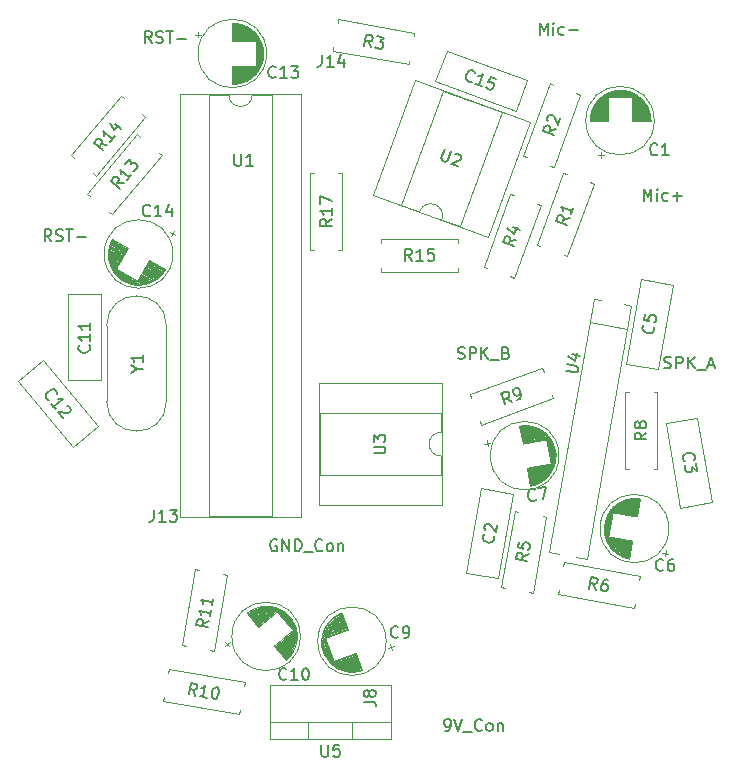
<source format=gbr>
G04 #@! TF.GenerationSoftware,KiCad,Pcbnew,(5.1.2-1)-1*
G04 #@! TF.CreationDate,2021-11-09T11:57:47-05:00*
G04 #@! TF.ProjectId,lil_duder,6c696c5f-6475-4646-9572-2e6b69636164,rev?*
G04 #@! TF.SameCoordinates,Original*
G04 #@! TF.FileFunction,Legend,Top*
G04 #@! TF.FilePolarity,Positive*
%FSLAX46Y46*%
G04 Gerber Fmt 4.6, Leading zero omitted, Abs format (unit mm)*
G04 Created by KiCad (PCBNEW (5.1.2-1)-1) date 2021-11-09 11:57:47*
%MOMM*%
%LPD*%
G04 APERTURE LIST*
%ADD10C,0.150000*%
%ADD11C,0.120000*%
G04 APERTURE END LIST*
D10*
X16933333Y-34277380D02*
X16600000Y-33801190D01*
X16361904Y-34277380D02*
X16361904Y-33277380D01*
X16742857Y-33277380D01*
X16838095Y-33325000D01*
X16885714Y-33372619D01*
X16933333Y-33467857D01*
X16933333Y-33610714D01*
X16885714Y-33705952D01*
X16838095Y-33753571D01*
X16742857Y-33801190D01*
X16361904Y-33801190D01*
X17314285Y-34229761D02*
X17457142Y-34277380D01*
X17695238Y-34277380D01*
X17790476Y-34229761D01*
X17838095Y-34182142D01*
X17885714Y-34086904D01*
X17885714Y-33991666D01*
X17838095Y-33896428D01*
X17790476Y-33848809D01*
X17695238Y-33801190D01*
X17504761Y-33753571D01*
X17409523Y-33705952D01*
X17361904Y-33658333D01*
X17314285Y-33563095D01*
X17314285Y-33467857D01*
X17361904Y-33372619D01*
X17409523Y-33325000D01*
X17504761Y-33277380D01*
X17742857Y-33277380D01*
X17885714Y-33325000D01*
X18171428Y-33277380D02*
X18742857Y-33277380D01*
X18457142Y-34277380D02*
X18457142Y-33277380D01*
X19076190Y-33896428D02*
X19838095Y-33896428D01*
X50295238Y-75752380D02*
X50485714Y-75752380D01*
X50580952Y-75704761D01*
X50628571Y-75657142D01*
X50723809Y-75514285D01*
X50771428Y-75323809D01*
X50771428Y-74942857D01*
X50723809Y-74847619D01*
X50676190Y-74800000D01*
X50580952Y-74752380D01*
X50390476Y-74752380D01*
X50295238Y-74800000D01*
X50247619Y-74847619D01*
X50200000Y-74942857D01*
X50200000Y-75180952D01*
X50247619Y-75276190D01*
X50295238Y-75323809D01*
X50390476Y-75371428D01*
X50580952Y-75371428D01*
X50676190Y-75323809D01*
X50723809Y-75276190D01*
X50771428Y-75180952D01*
X51057142Y-74752380D02*
X51390476Y-75752380D01*
X51723809Y-74752380D01*
X51819047Y-75847619D02*
X52580952Y-75847619D01*
X53390476Y-75657142D02*
X53342857Y-75704761D01*
X53199999Y-75752380D01*
X53104761Y-75752380D01*
X52961904Y-75704761D01*
X52866666Y-75609523D01*
X52819047Y-75514285D01*
X52771428Y-75323809D01*
X52771428Y-75180952D01*
X52819047Y-74990476D01*
X52866666Y-74895238D01*
X52961904Y-74800000D01*
X53104761Y-74752380D01*
X53199999Y-74752380D01*
X53342857Y-74800000D01*
X53390476Y-74847619D01*
X53961904Y-75752380D02*
X53866666Y-75704761D01*
X53819047Y-75657142D01*
X53771428Y-75561904D01*
X53771428Y-75276190D01*
X53819047Y-75180952D01*
X53866666Y-75133333D01*
X53961904Y-75085714D01*
X54104761Y-75085714D01*
X54199999Y-75133333D01*
X54247619Y-75180952D01*
X54295238Y-75276190D01*
X54295238Y-75561904D01*
X54247619Y-75657142D01*
X54199999Y-75704761D01*
X54104761Y-75752380D01*
X53961904Y-75752380D01*
X54723809Y-75085714D02*
X54723809Y-75752380D01*
X54723809Y-75180952D02*
X54771428Y-75133333D01*
X54866666Y-75085714D01*
X55009523Y-75085714D01*
X55104761Y-75133333D01*
X55152380Y-75228571D01*
X55152380Y-75752380D01*
X36027380Y-59575000D02*
X35932142Y-59527380D01*
X35789285Y-59527380D01*
X35646428Y-59575000D01*
X35551190Y-59670238D01*
X35503571Y-59765476D01*
X35455952Y-59955952D01*
X35455952Y-60098809D01*
X35503571Y-60289285D01*
X35551190Y-60384523D01*
X35646428Y-60479761D01*
X35789285Y-60527380D01*
X35884523Y-60527380D01*
X36027380Y-60479761D01*
X36075000Y-60432142D01*
X36075000Y-60098809D01*
X35884523Y-60098809D01*
X36503571Y-60527380D02*
X36503571Y-59527380D01*
X37075000Y-60527380D01*
X37075000Y-59527380D01*
X37551190Y-60527380D02*
X37551190Y-59527380D01*
X37789285Y-59527380D01*
X37932142Y-59575000D01*
X38027380Y-59670238D01*
X38075000Y-59765476D01*
X38122619Y-59955952D01*
X38122619Y-60098809D01*
X38075000Y-60289285D01*
X38027380Y-60384523D01*
X37932142Y-60479761D01*
X37789285Y-60527380D01*
X37551190Y-60527380D01*
X38313095Y-60622619D02*
X39075000Y-60622619D01*
X39884523Y-60432142D02*
X39836904Y-60479761D01*
X39694047Y-60527380D01*
X39598809Y-60527380D01*
X39455952Y-60479761D01*
X39360714Y-60384523D01*
X39313095Y-60289285D01*
X39265476Y-60098809D01*
X39265476Y-59955952D01*
X39313095Y-59765476D01*
X39360714Y-59670238D01*
X39455952Y-59575000D01*
X39598809Y-59527380D01*
X39694047Y-59527380D01*
X39836904Y-59575000D01*
X39884523Y-59622619D01*
X40455952Y-60527380D02*
X40360714Y-60479761D01*
X40313095Y-60432142D01*
X40265476Y-60336904D01*
X40265476Y-60051190D01*
X40313095Y-59955952D01*
X40360714Y-59908333D01*
X40455952Y-59860714D01*
X40598809Y-59860714D01*
X40694047Y-59908333D01*
X40741666Y-59955952D01*
X40789285Y-60051190D01*
X40789285Y-60336904D01*
X40741666Y-60432142D01*
X40694047Y-60479761D01*
X40598809Y-60527380D01*
X40455952Y-60527380D01*
X41217857Y-59860714D02*
X41217857Y-60527380D01*
X41217857Y-59955952D02*
X41265476Y-59908333D01*
X41360714Y-59860714D01*
X41503571Y-59860714D01*
X41598809Y-59908333D01*
X41646428Y-60003571D01*
X41646428Y-60527380D01*
X68829761Y-45004761D02*
X68972619Y-45052380D01*
X69210714Y-45052380D01*
X69305952Y-45004761D01*
X69353571Y-44957142D01*
X69401190Y-44861904D01*
X69401190Y-44766666D01*
X69353571Y-44671428D01*
X69305952Y-44623809D01*
X69210714Y-44576190D01*
X69020238Y-44528571D01*
X68925000Y-44480952D01*
X68877380Y-44433333D01*
X68829761Y-44338095D01*
X68829761Y-44242857D01*
X68877380Y-44147619D01*
X68925000Y-44100000D01*
X69020238Y-44052380D01*
X69258333Y-44052380D01*
X69401190Y-44100000D01*
X69829761Y-45052380D02*
X69829761Y-44052380D01*
X70210714Y-44052380D01*
X70305952Y-44100000D01*
X70353571Y-44147619D01*
X70401190Y-44242857D01*
X70401190Y-44385714D01*
X70353571Y-44480952D01*
X70305952Y-44528571D01*
X70210714Y-44576190D01*
X69829761Y-44576190D01*
X70829761Y-45052380D02*
X70829761Y-44052380D01*
X71401190Y-45052380D02*
X70972619Y-44480952D01*
X71401190Y-44052380D02*
X70829761Y-44623809D01*
X71591666Y-45147619D02*
X72353571Y-45147619D01*
X72544047Y-44766666D02*
X73020238Y-44766666D01*
X72448809Y-45052380D02*
X72782142Y-44052380D01*
X73115476Y-45052380D01*
X51358333Y-44204761D02*
X51501190Y-44252380D01*
X51739285Y-44252380D01*
X51834523Y-44204761D01*
X51882142Y-44157142D01*
X51929761Y-44061904D01*
X51929761Y-43966666D01*
X51882142Y-43871428D01*
X51834523Y-43823809D01*
X51739285Y-43776190D01*
X51548809Y-43728571D01*
X51453571Y-43680952D01*
X51405952Y-43633333D01*
X51358333Y-43538095D01*
X51358333Y-43442857D01*
X51405952Y-43347619D01*
X51453571Y-43300000D01*
X51548809Y-43252380D01*
X51786904Y-43252380D01*
X51929761Y-43300000D01*
X52358333Y-44252380D02*
X52358333Y-43252380D01*
X52739285Y-43252380D01*
X52834523Y-43300000D01*
X52882142Y-43347619D01*
X52929761Y-43442857D01*
X52929761Y-43585714D01*
X52882142Y-43680952D01*
X52834523Y-43728571D01*
X52739285Y-43776190D01*
X52358333Y-43776190D01*
X53358333Y-44252380D02*
X53358333Y-43252380D01*
X53929761Y-44252380D02*
X53501190Y-43680952D01*
X53929761Y-43252380D02*
X53358333Y-43823809D01*
X54120238Y-44347619D02*
X54882142Y-44347619D01*
X55453571Y-43728571D02*
X55596428Y-43776190D01*
X55644047Y-43823809D01*
X55691666Y-43919047D01*
X55691666Y-44061904D01*
X55644047Y-44157142D01*
X55596428Y-44204761D01*
X55501190Y-44252380D01*
X55120238Y-44252380D01*
X55120238Y-43252380D01*
X55453571Y-43252380D01*
X55548809Y-43300000D01*
X55596428Y-43347619D01*
X55644047Y-43442857D01*
X55644047Y-43538095D01*
X55596428Y-43633333D01*
X55548809Y-43680952D01*
X55453571Y-43728571D01*
X55120238Y-43728571D01*
X67080952Y-30852380D02*
X67080952Y-29852380D01*
X67414285Y-30566666D01*
X67747619Y-29852380D01*
X67747619Y-30852380D01*
X68223809Y-30852380D02*
X68223809Y-30185714D01*
X68223809Y-29852380D02*
X68176190Y-29900000D01*
X68223809Y-29947619D01*
X68271428Y-29900000D01*
X68223809Y-29852380D01*
X68223809Y-29947619D01*
X69128571Y-30804761D02*
X69033333Y-30852380D01*
X68842857Y-30852380D01*
X68747619Y-30804761D01*
X68700000Y-30757142D01*
X68652380Y-30661904D01*
X68652380Y-30376190D01*
X68700000Y-30280952D01*
X68747619Y-30233333D01*
X68842857Y-30185714D01*
X69033333Y-30185714D01*
X69128571Y-30233333D01*
X69557142Y-30471428D02*
X70319047Y-30471428D01*
X69938095Y-30852380D02*
X69938095Y-30090476D01*
X58305952Y-16802380D02*
X58305952Y-15802380D01*
X58639285Y-16516666D01*
X58972619Y-15802380D01*
X58972619Y-16802380D01*
X59448809Y-16802380D02*
X59448809Y-16135714D01*
X59448809Y-15802380D02*
X59401190Y-15850000D01*
X59448809Y-15897619D01*
X59496428Y-15850000D01*
X59448809Y-15802380D01*
X59448809Y-15897619D01*
X60353571Y-16754761D02*
X60258333Y-16802380D01*
X60067857Y-16802380D01*
X59972619Y-16754761D01*
X59925000Y-16707142D01*
X59877380Y-16611904D01*
X59877380Y-16326190D01*
X59925000Y-16230952D01*
X59972619Y-16183333D01*
X60067857Y-16135714D01*
X60258333Y-16135714D01*
X60353571Y-16183333D01*
X60782142Y-16421428D02*
X61544047Y-16421428D01*
X25433333Y-17502380D02*
X25100000Y-17026190D01*
X24861904Y-17502380D02*
X24861904Y-16502380D01*
X25242857Y-16502380D01*
X25338095Y-16550000D01*
X25385714Y-16597619D01*
X25433333Y-16692857D01*
X25433333Y-16835714D01*
X25385714Y-16930952D01*
X25338095Y-16978571D01*
X25242857Y-17026190D01*
X24861904Y-17026190D01*
X25814285Y-17454761D02*
X25957142Y-17502380D01*
X26195238Y-17502380D01*
X26290476Y-17454761D01*
X26338095Y-17407142D01*
X26385714Y-17311904D01*
X26385714Y-17216666D01*
X26338095Y-17121428D01*
X26290476Y-17073809D01*
X26195238Y-17026190D01*
X26004761Y-16978571D01*
X25909523Y-16930952D01*
X25861904Y-16883333D01*
X25814285Y-16788095D01*
X25814285Y-16692857D01*
X25861904Y-16597619D01*
X25909523Y-16550000D01*
X26004761Y-16502380D01*
X26242857Y-16502380D01*
X26385714Y-16550000D01*
X26671428Y-16502380D02*
X27242857Y-16502380D01*
X26957142Y-17502380D02*
X26957142Y-16502380D01*
X27576190Y-17121428D02*
X28338095Y-17121428D01*
D11*
X57201391Y-20657352D02*
X56264256Y-23232110D01*
X50398017Y-18181127D02*
X49460882Y-20755884D01*
X49460882Y-20755884D02*
X56264256Y-23232110D01*
X50398017Y-18181127D02*
X57201391Y-20657352D01*
X62511314Y-23952527D02*
X64049314Y-23952527D01*
X66129314Y-23952527D02*
X67667314Y-23952527D01*
X62513314Y-23912527D02*
X64049314Y-23912527D01*
X66129314Y-23912527D02*
X67665314Y-23912527D01*
X62516314Y-23872527D02*
X64049314Y-23872527D01*
X66129314Y-23872527D02*
X67662314Y-23872527D01*
X62520314Y-23832527D02*
X64049314Y-23832527D01*
X66129314Y-23832527D02*
X67658314Y-23832527D01*
X62524314Y-23792527D02*
X64049314Y-23792527D01*
X66129314Y-23792527D02*
X67654314Y-23792527D01*
X62528314Y-23752527D02*
X64049314Y-23752527D01*
X66129314Y-23752527D02*
X67650314Y-23752527D01*
X62533314Y-23712527D02*
X64049314Y-23712527D01*
X66129314Y-23712527D02*
X67645314Y-23712527D01*
X62539314Y-23672527D02*
X64049314Y-23672527D01*
X66129314Y-23672527D02*
X67639314Y-23672527D01*
X62546314Y-23632527D02*
X64049314Y-23632527D01*
X66129314Y-23632527D02*
X67632314Y-23632527D01*
X62553314Y-23592527D02*
X64049314Y-23592527D01*
X66129314Y-23592527D02*
X67625314Y-23592527D01*
X62561314Y-23552527D02*
X64049314Y-23552527D01*
X66129314Y-22951527D02*
X67418314Y-22951527D01*
X62779314Y-22911527D02*
X64049314Y-22911527D01*
X66129314Y-22911527D02*
X67399314Y-22911527D01*
X62799314Y-22871527D02*
X64049314Y-22871527D01*
X66129314Y-22871527D02*
X67379314Y-22871527D01*
X62821314Y-22831527D02*
X64049314Y-22831527D01*
X66129314Y-22831527D02*
X67357314Y-22831527D01*
X62842314Y-22791527D02*
X64049314Y-22791527D01*
X66129314Y-22791527D02*
X67336314Y-22791527D01*
X62865314Y-22751527D02*
X64049314Y-22751527D01*
X66129314Y-22751527D02*
X67313314Y-22751527D01*
X62889314Y-22711527D02*
X64049314Y-22711527D01*
X66129314Y-22711527D02*
X67289314Y-22711527D01*
X62914314Y-22671527D02*
X64049314Y-22671527D01*
X66129314Y-22671527D02*
X67264314Y-22671527D01*
X62940314Y-22631527D02*
X64049314Y-22631527D01*
X62509314Y-24032527D02*
X64049314Y-24032527D01*
X62510314Y-23992527D02*
X64049314Y-23992527D01*
X66129314Y-23992527D02*
X67668314Y-23992527D01*
X66129314Y-22631527D02*
X67238314Y-22631527D01*
X62967314Y-22591527D02*
X64049314Y-22591527D01*
X66129314Y-22591527D02*
X67211314Y-22591527D01*
X62994314Y-22551527D02*
X64049314Y-22551527D01*
X66129314Y-22551527D02*
X67184314Y-22551527D01*
X63024314Y-22511527D02*
X64049314Y-22511527D01*
X66129314Y-22511527D02*
X67154314Y-22511527D01*
X63054314Y-22471527D02*
X64049314Y-22471527D01*
X66129314Y-22471527D02*
X67124314Y-22471527D01*
X66129314Y-24072527D02*
X67669314Y-24072527D01*
X66129314Y-23552527D02*
X67617314Y-23552527D01*
X62569314Y-23512527D02*
X64049314Y-23512527D01*
X66129314Y-23512527D02*
X67609314Y-23512527D01*
X62578314Y-23472527D02*
X64049314Y-23472527D01*
X66129314Y-23472527D02*
X67600314Y-23472527D01*
X62588314Y-23432527D02*
X64049314Y-23432527D01*
X66129314Y-23432527D02*
X67590314Y-23432527D01*
X62598314Y-23392527D02*
X64049314Y-23392527D01*
X63085314Y-22431527D02*
X64049314Y-22431527D01*
X66129314Y-22431527D02*
X67093314Y-22431527D01*
X63118314Y-22391527D02*
X64049314Y-22391527D01*
X66129314Y-22391527D02*
X67060314Y-22391527D01*
X63152314Y-22351527D02*
X64049314Y-22351527D01*
X66129314Y-22351527D02*
X67026314Y-22351527D01*
X63188314Y-22311527D02*
X64049314Y-22311527D01*
X66129314Y-22311527D02*
X66990314Y-22311527D01*
X63225314Y-22271527D02*
X64049314Y-22271527D01*
X66129314Y-22271527D02*
X66953314Y-22271527D01*
X63263314Y-22231527D02*
X64049314Y-22231527D01*
X66129314Y-22231527D02*
X66915314Y-22231527D01*
X63304314Y-22191527D02*
X64049314Y-22191527D01*
X66129314Y-22191527D02*
X66874314Y-22191527D01*
X63346314Y-22151527D02*
X64049314Y-22151527D01*
X66129314Y-22151527D02*
X66832314Y-22151527D01*
X63390314Y-22111527D02*
X64049314Y-22111527D01*
X66129314Y-22111527D02*
X66788314Y-22111527D01*
X63436314Y-22071527D02*
X64049314Y-22071527D01*
X66129314Y-22071527D02*
X66742314Y-22071527D01*
X63484314Y-22031527D02*
X66694314Y-22031527D01*
X63535314Y-21991527D02*
X66643314Y-21991527D01*
X63589314Y-21951527D02*
X66589314Y-21951527D01*
X63646314Y-21911527D02*
X66532314Y-21911527D01*
X63706314Y-21871527D02*
X66472314Y-21871527D01*
X63770314Y-21831527D02*
X66408314Y-21831527D01*
X63838314Y-21791527D02*
X66340314Y-21791527D01*
X63911314Y-21751527D02*
X66267314Y-21751527D01*
X63991314Y-21711527D02*
X66187314Y-21711527D01*
X64078314Y-21671527D02*
X66100314Y-21671527D01*
X64174314Y-21631527D02*
X66004314Y-21631527D01*
X64284314Y-21591527D02*
X65894314Y-21591527D01*
X64412314Y-21551527D02*
X65766314Y-21551527D01*
X64571314Y-21511527D02*
X65607314Y-21511527D01*
X64805314Y-21471527D02*
X65373314Y-21471527D01*
X63487314Y-27258302D02*
X63487314Y-26758302D01*
X63237314Y-27008302D02*
X63737314Y-27008302D01*
X66129314Y-24032527D02*
X67669314Y-24032527D01*
X62509314Y-24072527D02*
X64049314Y-24072527D01*
X66129314Y-23392527D02*
X67580314Y-23392527D01*
X62609314Y-23351527D02*
X64049314Y-23351527D01*
X66129314Y-23351527D02*
X67569314Y-23351527D01*
X62621314Y-23311527D02*
X64049314Y-23311527D01*
X66129314Y-23311527D02*
X67557314Y-23311527D01*
X62634314Y-23271527D02*
X64049314Y-23271527D01*
X66129314Y-23271527D02*
X67544314Y-23271527D01*
X62647314Y-23231527D02*
X64049314Y-23231527D01*
X66129314Y-23231527D02*
X67531314Y-23231527D01*
X62661314Y-23191527D02*
X64049314Y-23191527D01*
X66129314Y-23191527D02*
X67517314Y-23191527D01*
X62675314Y-23151527D02*
X64049314Y-23151527D01*
X66129314Y-23151527D02*
X67503314Y-23151527D01*
X62691314Y-23111527D02*
X64049314Y-23111527D01*
X66129314Y-23111527D02*
X67487314Y-23111527D01*
X62707314Y-23071527D02*
X64049314Y-23071527D01*
X66129314Y-23071527D02*
X67471314Y-23071527D01*
X62724314Y-23031527D02*
X64049314Y-23031527D01*
X66129314Y-23031527D02*
X67454314Y-23031527D01*
X62741314Y-22991527D02*
X64049314Y-22991527D01*
X66129314Y-22991527D02*
X67437314Y-22991527D01*
X62760314Y-22951527D02*
X64049314Y-22951527D01*
X67989314Y-24072527D02*
G75*
G03X67989314Y-24072527I-2900000J0D01*
G01*
X52040720Y-62349344D02*
X53297933Y-55219336D01*
X54739094Y-62825140D02*
X55996306Y-55695132D01*
X52040720Y-62349344D02*
X54739094Y-62825140D01*
X53297933Y-55219336D02*
X55996306Y-55695132D01*
X70195299Y-56840883D02*
X68938087Y-49710875D01*
X72893673Y-56365087D02*
X71636460Y-49235079D01*
X70195299Y-56840883D02*
X72893673Y-56365087D01*
X68938087Y-49710875D02*
X71636460Y-49235079D01*
X66879686Y-37508720D02*
X69578059Y-37984516D01*
X65622473Y-44638728D02*
X68320847Y-45114524D01*
X68320847Y-45114524D02*
X69578059Y-37984516D01*
X65622473Y-44638728D02*
X66879686Y-37508720D01*
X69209776Y-58613180D02*
G75*
G03X69209776Y-58613180I-2899999J0D01*
G01*
X64801381Y-60712138D02*
X65025214Y-59442721D01*
X65425794Y-57401267D02*
X65652926Y-56113138D01*
X64837474Y-60737795D02*
X65064606Y-59449667D01*
X65465186Y-57408213D02*
X65695270Y-56103342D01*
X64873914Y-60761483D02*
X65103998Y-59456613D01*
X65504579Y-57415159D02*
X65737615Y-56093547D01*
X64910355Y-60785171D02*
X65143390Y-59463559D01*
X65543971Y-57422104D02*
X65779785Y-56084736D01*
X64946969Y-60807874D02*
X65182783Y-59470505D01*
X65583363Y-57429050D02*
X65821956Y-56075925D01*
X64983583Y-60830576D02*
X65222175Y-59477451D01*
X65622756Y-57435996D02*
X65863779Y-56069083D01*
X65020544Y-60851310D02*
X65261567Y-59484396D01*
X65662148Y-57442942D02*
X65905603Y-56062242D01*
X65057505Y-60872043D02*
X65300960Y-59491342D01*
X65701540Y-57449888D02*
X65947252Y-56056385D01*
X65094640Y-60891791D02*
X65340352Y-59498288D01*
X65740933Y-57456834D02*
X65988902Y-56050529D01*
X65131775Y-60911540D02*
X65379744Y-59505234D01*
X65780325Y-57463780D02*
X66030378Y-56045657D01*
X65169083Y-60930303D02*
X65419137Y-59512180D01*
X65820702Y-57470900D02*
X66072665Y-56041944D01*
X65861765Y-61153984D02*
X66129183Y-59637380D01*
X66450979Y-57582034D02*
X66718397Y-56065430D01*
X68879355Y-60946836D02*
X68966179Y-60454432D01*
X69168969Y-60744046D02*
X68676565Y-60657222D01*
X63698976Y-58441207D02*
X63797608Y-57881836D01*
X63697735Y-58678598D02*
X63877634Y-57658337D01*
X63709517Y-58842128D02*
X63944637Y-57508699D01*
X63726682Y-58975130D02*
X64006256Y-57389589D01*
X63746973Y-59090404D02*
X64064750Y-57288206D01*
X63769695Y-59191892D02*
X64120812Y-57200610D01*
X63793980Y-59284516D02*
X64175312Y-57121878D01*
X63819481Y-59370247D02*
X64228596Y-57050039D01*
X63846197Y-59449083D02*
X64280665Y-56985094D01*
X63873781Y-59522996D02*
X64331865Y-56925073D01*
X63902060Y-59592970D02*
X64382371Y-56868992D01*
X63931033Y-59659004D02*
X64432182Y-56816849D01*
X63960528Y-59722084D02*
X64481472Y-56767661D01*
X63990543Y-59782210D02*
X64530241Y-56721427D01*
X64021079Y-59839381D02*
X64578490Y-56678148D01*
X64519771Y-57241510D02*
X64626217Y-56637823D01*
X64052136Y-59893598D02*
X64158583Y-59289910D01*
X64559163Y-57248456D02*
X64673597Y-56599468D01*
X64083541Y-59945845D02*
X64197975Y-59296856D01*
X64598556Y-57255402D02*
X64720630Y-56563082D01*
X64115293Y-59996122D02*
X64237367Y-59303802D01*
X64637948Y-57262348D02*
X64767316Y-56528666D01*
X64147392Y-60044430D02*
X64276760Y-59310748D01*
X64677340Y-57269294D02*
X64813828Y-56495235D01*
X64179665Y-60091753D02*
X64316152Y-59317694D01*
X64716732Y-57276240D02*
X64859819Y-56464758D01*
X64212458Y-60136122D02*
X64355544Y-59324640D01*
X64756125Y-57283186D02*
X64905636Y-56435266D01*
X64245426Y-60179506D02*
X64394937Y-59331586D01*
X64795517Y-57290132D02*
X64951280Y-56406759D01*
X64278566Y-60221905D02*
X64434329Y-59338532D01*
X64834909Y-57297078D02*
X64996576Y-56380222D01*
X64312055Y-60262334D02*
X64473721Y-59345478D01*
X64874302Y-57304024D02*
X65041699Y-56354669D01*
X64345717Y-60301778D02*
X64513114Y-59352424D01*
X65207550Y-60948256D02*
X65459514Y-59519300D01*
X65860094Y-57477846D02*
X66113794Y-56039041D01*
X65245206Y-60965050D02*
X65498906Y-59526246D01*
X65899487Y-57484791D02*
X66154923Y-56036139D01*
X65282862Y-60981844D02*
X65538298Y-59533192D01*
X65938879Y-57491737D02*
X66195878Y-56034222D01*
X65320691Y-60997653D02*
X65577691Y-59540137D01*
X65978271Y-57498683D02*
X66236660Y-56033289D01*
X66490371Y-57588980D02*
X66757789Y-56072376D01*
X64913694Y-57310970D02*
X65086474Y-56331086D01*
X64379726Y-60339253D02*
X64552506Y-59359370D01*
X64953086Y-57317916D02*
X65131076Y-56308488D01*
X64413909Y-60375744D02*
X64591898Y-59366316D01*
X64992479Y-57324861D02*
X65175677Y-56285889D01*
X64448092Y-60412234D02*
X64631290Y-59373262D01*
X65031871Y-57331807D02*
X65219758Y-56266245D01*
X64482795Y-60445770D02*
X64670683Y-59380208D01*
X65071263Y-57338753D02*
X65263839Y-56246602D01*
X66411587Y-57575088D02*
X66678831Y-56059469D01*
X65783154Y-61139108D02*
X66050398Y-59623489D01*
X65822373Y-61147038D02*
X66089791Y-59630435D01*
X64517499Y-60479305D02*
X64710075Y-59387153D01*
X65110656Y-57345699D02*
X65307746Y-56227942D01*
X64552377Y-60511856D02*
X64749467Y-59394099D01*
X65150048Y-57352645D02*
X65351480Y-56210268D01*
X64587428Y-60543422D02*
X64788860Y-59401045D01*
X65189440Y-57359591D02*
X65395040Y-56193579D01*
X64622653Y-60574004D02*
X64828252Y-59407991D01*
X65228833Y-57366537D02*
X65438426Y-56177874D01*
X64658051Y-60603600D02*
X64867644Y-59414937D01*
X65268225Y-57373483D02*
X65481465Y-56164139D01*
X64693797Y-60631227D02*
X64907037Y-59421883D01*
X65307617Y-57380429D02*
X65524677Y-56149419D01*
X64729369Y-60659839D02*
X64946429Y-59428829D01*
X65347009Y-57387375D02*
X65567543Y-56136669D01*
X64765288Y-60686481D02*
X64985821Y-59435775D01*
X65386402Y-57394321D02*
X65610234Y-56124904D01*
X65358695Y-61012477D02*
X65617083Y-59547083D01*
X66017664Y-57505629D02*
X66277441Y-56032357D01*
X65396698Y-61027302D02*
X65656475Y-59554029D01*
X66057056Y-57512575D02*
X66318049Y-56032409D01*
X65434874Y-61041141D02*
X65695868Y-59560975D01*
X66096448Y-57519521D02*
X66358657Y-56032461D01*
X65473051Y-61054981D02*
X65735260Y-59567921D01*
X66135840Y-57526467D02*
X66399091Y-56033498D01*
X65511402Y-61067836D02*
X65774652Y-59574867D01*
X66175233Y-57533413D02*
X66439352Y-56035520D01*
X65549926Y-61079706D02*
X65814045Y-59581813D01*
X66214625Y-57540359D02*
X66479439Y-56038527D01*
X65588623Y-61090591D02*
X65853437Y-59588759D01*
X66254017Y-57547305D02*
X66519525Y-56041534D01*
X65627321Y-61101476D02*
X65892829Y-59595705D01*
X66293410Y-57554251D02*
X66559612Y-56044540D01*
X65666019Y-61112361D02*
X65932221Y-59602651D01*
X66332802Y-57561197D02*
X66599526Y-56048532D01*
X65704890Y-61122261D02*
X65971614Y-59609597D01*
X66372194Y-57568143D02*
X66639265Y-56053508D01*
X65743935Y-61131177D02*
X66011006Y-59616543D01*
X59915143Y-52442926D02*
G75*
G03X59915143Y-52442926I-2900001J0D01*
G01*
X57714685Y-49954649D02*
X57938518Y-51224066D01*
X58260314Y-53279412D02*
X58487445Y-54567541D01*
X57671994Y-49942884D02*
X57899125Y-51231012D01*
X58220921Y-53286358D02*
X58451005Y-54591229D01*
X57629649Y-49933088D02*
X57859733Y-51237958D01*
X58181529Y-53293304D02*
X58414565Y-54614916D01*
X57587305Y-49923292D02*
X57820341Y-51244904D01*
X58142137Y-53300250D02*
X58377951Y-54637619D01*
X57545134Y-49914481D02*
X57780949Y-51251850D01*
X58102744Y-53307196D02*
X58341337Y-54660322D01*
X57502964Y-49905670D02*
X57741556Y-51258796D01*
X58063352Y-53314142D02*
X58304376Y-54681055D01*
X57461140Y-49898829D02*
X57702164Y-51265742D01*
X58023960Y-53321088D02*
X58267415Y-54701788D01*
X57419317Y-49891987D02*
X57662772Y-51272688D01*
X57984567Y-53328034D02*
X58230280Y-54721537D01*
X57377667Y-49886131D02*
X57623379Y-51279634D01*
X57945175Y-53334980D02*
X58193145Y-54741285D01*
X57336017Y-49880274D02*
X57583987Y-51286580D01*
X57905783Y-53341926D02*
X58155836Y-54760049D01*
X57294541Y-49875402D02*
X57544595Y-51293526D01*
X57865406Y-53349045D02*
X58117369Y-54778001D01*
X56567130Y-49902122D02*
X56834548Y-51418726D01*
X57235129Y-53460180D02*
X57502547Y-54976784D01*
X53802372Y-51128854D02*
X53889196Y-51621258D01*
X53599582Y-51418468D02*
X54091986Y-51331644D01*
X59527311Y-51711582D02*
X59625943Y-52270952D01*
X59447285Y-51488083D02*
X59627185Y-52508343D01*
X59380283Y-51338444D02*
X59615403Y-52671874D01*
X59318664Y-51219335D02*
X59598237Y-52804875D01*
X59260170Y-51117952D02*
X59577946Y-52920150D01*
X59204107Y-51030356D02*
X59555224Y-53021637D01*
X59149608Y-50951624D02*
X59530939Y-53114261D01*
X59096324Y-50879785D02*
X59505439Y-53199992D01*
X59044255Y-50814840D02*
X59478723Y-53278829D01*
X58993055Y-50754819D02*
X59451138Y-53352742D01*
X58942549Y-50698737D02*
X59422860Y-53422715D01*
X58892738Y-50646595D02*
X59393886Y-53488750D01*
X58843447Y-50597407D02*
X59364392Y-53551830D01*
X58794678Y-50551173D02*
X59334377Y-53611955D01*
X58746430Y-50507894D02*
X59303840Y-53669126D01*
X59166337Y-53119656D02*
X59272783Y-53723343D01*
X58698702Y-50467569D02*
X58805149Y-51071256D01*
X59126944Y-53126602D02*
X59241379Y-53775590D01*
X58651322Y-50429213D02*
X58765756Y-51078202D01*
X59087552Y-53133548D02*
X59209627Y-53825868D01*
X58604289Y-50392828D02*
X58726364Y-51085148D01*
X59048160Y-53140494D02*
X59177528Y-53874176D01*
X58557604Y-50358412D02*
X58686972Y-51092094D01*
X59008768Y-53147440D02*
X59145255Y-53921499D01*
X58511092Y-50324981D02*
X58647579Y-51099040D01*
X58969375Y-53154386D02*
X59112461Y-53965867D01*
X58465101Y-50294504D02*
X58608187Y-51105985D01*
X58929983Y-53161332D02*
X59079494Y-54009251D01*
X58419284Y-50265012D02*
X58568795Y-51112931D01*
X58890591Y-53168277D02*
X59046353Y-54051650D01*
X58373640Y-50236505D02*
X58529402Y-51119877D01*
X58851198Y-53175223D02*
X59012865Y-54092079D01*
X58328344Y-50209967D02*
X58490010Y-51126823D01*
X58811806Y-53182169D02*
X58979203Y-54131524D01*
X58283221Y-50184415D02*
X58450618Y-51133769D01*
X57252254Y-49871689D02*
X57504218Y-51300645D01*
X57826013Y-53355991D02*
X58079713Y-54794795D01*
X57211125Y-49868787D02*
X57464825Y-51307591D01*
X57786621Y-53362937D02*
X58042058Y-54811589D01*
X57169996Y-49865885D02*
X57425433Y-51314537D01*
X57747229Y-53369883D02*
X58004228Y-54827398D01*
X57129041Y-49863967D02*
X57386041Y-51321483D01*
X57707837Y-53376829D02*
X57966225Y-54842223D01*
X57195736Y-53467126D02*
X57463155Y-54983730D01*
X58772414Y-53189115D02*
X58945194Y-54168999D01*
X58238446Y-50160831D02*
X58411225Y-51140715D01*
X58733021Y-53196061D02*
X58911011Y-54205489D01*
X58193844Y-50138233D02*
X58371833Y-51147661D01*
X58693629Y-53203007D02*
X58876828Y-54241979D01*
X58149242Y-50115635D02*
X58332441Y-51154607D01*
X58654237Y-53209953D02*
X58842124Y-54275515D01*
X58105161Y-50095991D02*
X58293049Y-51161553D01*
X58614844Y-53216899D02*
X58807420Y-54309051D01*
X57274521Y-53453234D02*
X57541766Y-54968853D01*
X56646088Y-49889215D02*
X56913333Y-51404834D01*
X56606522Y-49895176D02*
X56873941Y-51411780D01*
X58061080Y-50076347D02*
X58253656Y-51168499D01*
X58575452Y-53223845D02*
X58772543Y-54341602D01*
X58017173Y-50057688D02*
X58214264Y-51175445D01*
X58536060Y-53230791D02*
X58737492Y-54373168D01*
X57973440Y-50040014D02*
X58174872Y-51182391D01*
X58496668Y-53237737D02*
X58702267Y-54403749D01*
X57929880Y-50023324D02*
X58135479Y-51189337D01*
X58457275Y-53244683D02*
X58666869Y-54433346D01*
X57886494Y-50007620D02*
X58096087Y-51196283D01*
X58417883Y-53251629D02*
X58631123Y-54460973D01*
X57843455Y-49993885D02*
X58056695Y-51203228D01*
X58378491Y-53258575D02*
X58595551Y-54489584D01*
X57800242Y-49979165D02*
X58017302Y-51210174D01*
X58339098Y-53265520D02*
X58559631Y-54516226D01*
X57757377Y-49966414D02*
X57977910Y-51217120D01*
X58299706Y-53272466D02*
X58523538Y-54541884D01*
X57088260Y-49863035D02*
X57346648Y-51328429D01*
X57668444Y-53383775D02*
X57928222Y-54857047D01*
X57047478Y-49862102D02*
X57307256Y-51335375D01*
X57629052Y-53390721D02*
X57890045Y-54870887D01*
X57006870Y-49862155D02*
X57267864Y-51342321D01*
X57589660Y-53397667D02*
X57851868Y-54884726D01*
X56966263Y-49862207D02*
X57228471Y-51349267D01*
X57550267Y-53404613D02*
X57813518Y-54897581D01*
X56925828Y-49863244D02*
X57189079Y-51356213D01*
X57510875Y-53411559D02*
X57774994Y-54909451D01*
X56885568Y-49865266D02*
X57149687Y-51363158D01*
X57471483Y-53418504D02*
X57736296Y-54920336D01*
X56845481Y-49868273D02*
X57110294Y-51370104D01*
X57432090Y-53425450D02*
X57697598Y-54931221D01*
X56805394Y-49871279D02*
X57070902Y-51377050D01*
X57392698Y-53432396D02*
X57658901Y-54942107D01*
X56765307Y-49874286D02*
X57031510Y-51383996D01*
X57353306Y-53439342D02*
X57620029Y-54952007D01*
X56725394Y-49878277D02*
X56992118Y-51390942D01*
X57313913Y-53446288D02*
X57580984Y-54960923D01*
X56685654Y-49883254D02*
X56952725Y-51397888D01*
X43160345Y-70613289D02*
X42634318Y-69168042D01*
X41922916Y-67213482D02*
X41396889Y-65768234D01*
X43122074Y-70625091D02*
X42596731Y-69181723D01*
X41885329Y-67227162D02*
X41359986Y-65783794D01*
X43083460Y-70635953D02*
X42559143Y-69195404D01*
X41847741Y-67240843D02*
X41323424Y-65800294D01*
X43044504Y-70645875D02*
X42521555Y-69209085D01*
X41810153Y-67254524D02*
X41287204Y-65817734D01*
X43005548Y-70655797D02*
X42483967Y-69222765D01*
X41772566Y-67268205D02*
X41250985Y-65835174D01*
X42966592Y-70665719D02*
X42446380Y-69236446D01*
X41734978Y-67281886D02*
X41214765Y-65852613D01*
X42927295Y-70674701D02*
X42408792Y-69250127D01*
X41697390Y-67295566D02*
X41178888Y-65870992D01*
X42887655Y-70682744D02*
X42371204Y-69263808D01*
X41659802Y-67309247D02*
X41143352Y-65890311D01*
X42847673Y-70689847D02*
X42333617Y-69277489D01*
X41622215Y-67322928D02*
X41108158Y-65910570D01*
X42807691Y-70696950D02*
X42296029Y-69291169D01*
X41584627Y-67336609D02*
X41072965Y-65930829D01*
X42767367Y-70703113D02*
X42258441Y-69304850D01*
X40982284Y-67555844D02*
X40541420Y-66344580D01*
X42090464Y-70717495D02*
X41656098Y-69524085D01*
X40944696Y-67569525D02*
X40510331Y-66376115D01*
X42046036Y-70712382D02*
X41618511Y-69537766D01*
X40907109Y-67583205D02*
X40479583Y-66408590D01*
X42000924Y-70705389D02*
X41580923Y-69551447D01*
X40869521Y-67596886D02*
X40449520Y-66442944D01*
X41956153Y-70699337D02*
X41543335Y-69565128D01*
X40831933Y-67610567D02*
X40419115Y-66476358D01*
X41910699Y-70691404D02*
X41505747Y-69578808D01*
X40794346Y-67624248D02*
X40389394Y-66511652D01*
X41864903Y-70682533D02*
X41468160Y-69592489D01*
X40756758Y-67637929D02*
X40360014Y-66547885D01*
X41818765Y-70672721D02*
X41430572Y-69606170D01*
X40719170Y-67651609D02*
X40330977Y-66585058D01*
X41772285Y-70661970D02*
X41392984Y-69619851D01*
X43236205Y-70587807D02*
X42709494Y-69140681D01*
X43198275Y-70600548D02*
X42671906Y-69154361D01*
X41960504Y-67199801D02*
X41434135Y-65753614D01*
X40681582Y-67665290D02*
X40302282Y-66623171D01*
X41725462Y-70650279D02*
X41355397Y-69633532D01*
X40643995Y-67678971D02*
X40273929Y-66662224D01*
X41678640Y-70638588D02*
X41317809Y-69647212D01*
X40606407Y-67692652D02*
X40245576Y-66701276D01*
X41630792Y-70624078D02*
X41280221Y-69660893D01*
X40568819Y-67706333D02*
X40218249Y-66743148D01*
X41582944Y-70609568D02*
X41242634Y-69674574D01*
X40531232Y-67720013D02*
X40190922Y-66785019D01*
X42035680Y-67172439D02*
X41508968Y-65725312D01*
X41547039Y-67350290D02*
X41038113Y-65952027D01*
X42727043Y-70709276D02*
X42220854Y-69318531D01*
X41509452Y-67363970D02*
X41003262Y-65973225D01*
X42686377Y-70714500D02*
X42183266Y-69332212D01*
X41471864Y-67377651D02*
X40968752Y-65995363D01*
X42645370Y-70718784D02*
X42145678Y-69345893D01*
X41434276Y-67391332D02*
X40934585Y-66018441D01*
X42604362Y-70723067D02*
X42108090Y-69359573D01*
X41534753Y-70594119D02*
X41205046Y-69688255D01*
X40493644Y-67733694D02*
X40163937Y-66827830D01*
X41485879Y-70576789D02*
X41167458Y-69701936D01*
X40456056Y-67747375D02*
X40137635Y-66872521D01*
X41436662Y-70558521D02*
X41129870Y-69715616D01*
X40418469Y-67761056D02*
X40111676Y-66918152D01*
X41386762Y-70538373D02*
X41092283Y-69729297D01*
X40380881Y-67774737D02*
X40086401Y-66965661D01*
X41336520Y-70517285D02*
X41054695Y-69742978D01*
X40343293Y-67788417D02*
X40061469Y-67014111D01*
X41285935Y-70495257D02*
X41017107Y-69756659D01*
X40305705Y-67802098D02*
X40036878Y-67063500D01*
X41234325Y-70470411D02*
X40979520Y-69770340D01*
X40268118Y-67815779D02*
X40013313Y-67115708D01*
X41182372Y-70444624D02*
X40941932Y-69784020D01*
X40230530Y-67829460D02*
X39990090Y-67168856D01*
X41129735Y-70416959D02*
X40904344Y-69797701D01*
X40192942Y-67843141D02*
X39967551Y-67223883D01*
X41076415Y-70387414D02*
X40866756Y-69811382D01*
X40155355Y-67856821D02*
X39945696Y-67280790D01*
X41022410Y-70355989D02*
X39924525Y-67339576D01*
X40967379Y-70321746D02*
X39904381Y-67401181D01*
X40911323Y-70284683D02*
X39885262Y-67465605D01*
X40854240Y-70244801D02*
X39867170Y-67532849D01*
X40796131Y-70202101D02*
X39850103Y-67602911D01*
X40736654Y-70155641D02*
X39834405Y-67676732D01*
X40675809Y-70105423D02*
X39820074Y-67754312D01*
X40613254Y-70050506D02*
X39807454Y-67836590D01*
X40548304Y-69989012D02*
X39797228Y-67925447D01*
X40480961Y-69920939D02*
X39789396Y-68020881D01*
X40410539Y-69844409D02*
X39784642Y-68124772D01*
X40335329Y-69754724D02*
X39784677Y-68241819D01*
X40253963Y-69648124D02*
X39790868Y-68375780D01*
X40161994Y-69512394D02*
X39807661Y-68538872D01*
X40044374Y-69306187D02*
X39850106Y-68772441D01*
X45932946Y-68565508D02*
X45463100Y-68736518D01*
X45783528Y-68885936D02*
X45612518Y-68416090D01*
X41998092Y-67186120D02*
X41471381Y-65738993D01*
X43273792Y-70574126D02*
X42747081Y-69127000D01*
X41396689Y-67405013D02*
X40900417Y-66041519D01*
X42562072Y-70726754D02*
X42069563Y-69373596D01*
X41358161Y-67419036D02*
X40865652Y-66065878D01*
X42520380Y-70729158D02*
X42031975Y-69387277D01*
X41320573Y-67432716D02*
X40832169Y-66090835D01*
X42478346Y-70730623D02*
X41994388Y-69400958D01*
X41282986Y-67446397D02*
X40799027Y-66116732D01*
X42436312Y-70732088D02*
X41956800Y-69414639D01*
X41245398Y-67460078D02*
X40765886Y-66142629D01*
X42393936Y-70732613D02*
X41919212Y-69428320D01*
X41207810Y-67473759D02*
X40733086Y-66169466D01*
X42351560Y-70733138D02*
X41881625Y-69442000D01*
X41170223Y-67487440D02*
X40700287Y-66196302D01*
X42308500Y-70731784D02*
X41844037Y-69455681D01*
X41132635Y-67501120D02*
X40668172Y-66225018D01*
X42265440Y-70730429D02*
X41806449Y-69469362D01*
X41095047Y-67514801D02*
X40636056Y-66253734D01*
X42222038Y-70728135D02*
X41768861Y-69483043D01*
X41057459Y-67528482D02*
X40604283Y-66283389D01*
X42178636Y-70725841D02*
X41731274Y-69496724D01*
X41019872Y-67542163D02*
X40572509Y-66313045D01*
X42134550Y-70721668D02*
X41693686Y-69510404D01*
X45291380Y-68149719D02*
G75*
G03X45291380Y-68149719I-2900000J0D01*
G01*
X38022066Y-67741729D02*
G75*
G03X38022066Y-67741729I-2900000J0D01*
G01*
X34483750Y-65237046D02*
X35312303Y-66224478D01*
X36618660Y-67843562D02*
X37459426Y-68845548D01*
X34440895Y-65248203D02*
X35281661Y-66250189D01*
X36588018Y-67869273D02*
X37439711Y-68884282D01*
X34399326Y-65260892D02*
X35251020Y-66275901D01*
X36557376Y-67894985D02*
X37419997Y-68923016D01*
X34357757Y-65273580D02*
X35220378Y-66301612D01*
X36526734Y-67920696D02*
X37399640Y-68960984D01*
X34316830Y-65287035D02*
X35189736Y-66327324D01*
X36496092Y-67946408D02*
X37379283Y-68998953D01*
X34275904Y-65300490D02*
X35159094Y-66353035D01*
X36465451Y-67972119D02*
X37357640Y-69035389D01*
X34236263Y-65315477D02*
X35128452Y-66378747D01*
X36434809Y-67997831D02*
X37335997Y-69071825D01*
X34196622Y-65330464D02*
X35097811Y-66404458D01*
X36404167Y-68023542D02*
X37313712Y-69107495D01*
X34157624Y-65346217D02*
X35067169Y-66430170D01*
X36373525Y-68049254D02*
X37291426Y-69143165D01*
X34118626Y-65361970D02*
X35036527Y-66455881D01*
X36342884Y-68074965D02*
X37268498Y-69178069D01*
X34080271Y-65378489D02*
X35005885Y-66481593D01*
X36311476Y-68101319D02*
X37244161Y-69212850D01*
X33463674Y-65765334D02*
X34453567Y-66945043D01*
X35821207Y-68512703D02*
X36811100Y-69692412D01*
X31682690Y-68210094D02*
X32004083Y-68593116D01*
X31651875Y-68562302D02*
X32034898Y-68240908D01*
X36931996Y-65852282D02*
X37297100Y-66287395D01*
X36750942Y-65698739D02*
X37416870Y-66492361D01*
X36618097Y-65602649D02*
X37488432Y-66639873D01*
X36505179Y-65530307D02*
X37540067Y-66763638D01*
X36403830Y-65471754D02*
X37580132Y-66873615D01*
X36311481Y-65423925D02*
X37611197Y-66972867D01*
X36224917Y-65382990D02*
X37636478Y-67065224D01*
X36142852Y-65347418D02*
X37657259Y-67152219D01*
X36065286Y-65317209D02*
X37673541Y-67233852D01*
X35990935Y-65290829D02*
X37686609Y-67311654D01*
X35919155Y-65267514D02*
X37697105Y-67386393D01*
X35849946Y-65247263D02*
X37705031Y-67458067D01*
X35782665Y-65229310D02*
X37711028Y-67527443D01*
X35717313Y-65213655D02*
X37715097Y-67594521D01*
X35653889Y-65200298D02*
X37717237Y-67659301D01*
X37323420Y-67252197D02*
X37717449Y-67721782D01*
X35592393Y-65189239D02*
X35986422Y-65658825D01*
X37292779Y-67277908D02*
X37716376Y-67782732D01*
X35532183Y-65179713D02*
X35955780Y-65684536D01*
X37262137Y-67303620D02*
X37714017Y-67842149D01*
X35473259Y-65171718D02*
X35925139Y-65710248D01*
X37231495Y-67329331D02*
X37710372Y-67900035D01*
X35415620Y-65165256D02*
X35894497Y-65735959D01*
X37200853Y-67355043D02*
X37706084Y-67957154D01*
X35358624Y-65159560D02*
X35863855Y-65761671D01*
X37170212Y-67380754D02*
X37699869Y-68011975D01*
X35303556Y-65156161D02*
X35833213Y-65787382D01*
X37139570Y-67406466D02*
X37693010Y-68066030D01*
X35249131Y-65153529D02*
X35802572Y-65813094D01*
X37108928Y-67432177D02*
X37685508Y-68119319D01*
X35195349Y-65151663D02*
X35771930Y-65838805D01*
X37078286Y-67457889D02*
X37676721Y-68171076D01*
X35142853Y-65151329D02*
X35741288Y-65864517D01*
X37047644Y-67483600D02*
X37667292Y-68222067D01*
X35090999Y-65151761D02*
X35710646Y-65890228D01*
X34041793Y-65396416D02*
X34974478Y-66507947D01*
X36280834Y-68127031D02*
X37219947Y-69246222D01*
X34004723Y-65414468D02*
X34943836Y-66533658D01*
X36250192Y-68152742D02*
X37195733Y-69279594D01*
X33967653Y-65432519D02*
X34913194Y-66559370D01*
X36219550Y-68178454D02*
X37170876Y-69312200D01*
X33931227Y-65451336D02*
X34882552Y-66585081D01*
X36188909Y-68204165D02*
X37145377Y-69344040D01*
X35790566Y-68538415D02*
X36780458Y-69718123D01*
X37017003Y-67509312D02*
X37656576Y-68271526D01*
X35040431Y-65153725D02*
X35680004Y-65915940D01*
X36986361Y-67535024D02*
X37645218Y-68320219D01*
X34990505Y-65156456D02*
X35649363Y-65941651D01*
X36955719Y-67560735D02*
X37633860Y-68368912D01*
X34940580Y-65159186D02*
X35618721Y-65967363D01*
X36925077Y-67586447D02*
X37620574Y-68415307D01*
X34892583Y-65164214D02*
X35588079Y-65993074D01*
X36894436Y-67612158D02*
X37607287Y-68461701D01*
X35851849Y-68486992D02*
X36841099Y-69665934D01*
X33525601Y-65714677D02*
X34514851Y-66893620D01*
X33494316Y-65739623D02*
X34484209Y-66919331D01*
X34844586Y-65169242D02*
X35557437Y-66018786D01*
X36863794Y-67637870D02*
X37593358Y-68507330D01*
X34797232Y-65175037D02*
X35526796Y-66044497D01*
X36833152Y-67663581D02*
X37578786Y-68552193D01*
X34750520Y-65181597D02*
X35496154Y-66070209D01*
X36802510Y-67689293D02*
X37563571Y-68596289D01*
X34704451Y-65188923D02*
X35465512Y-66095920D01*
X36771868Y-67715004D02*
X37547713Y-68639620D01*
X34659026Y-65197016D02*
X35434870Y-66121632D01*
X36741227Y-67740716D02*
X37530570Y-68681418D01*
X34614885Y-65206641D02*
X35404228Y-66147343D01*
X36710585Y-67766427D02*
X37514069Y-68723983D01*
X34570102Y-65215499D02*
X35373587Y-66173055D01*
X36679943Y-67792139D02*
X37496283Y-68765015D01*
X34526605Y-65225890D02*
X35342945Y-66198766D01*
X36649301Y-67817850D02*
X37477855Y-68805281D01*
X33895442Y-65470919D02*
X34851910Y-66610793D01*
X36158267Y-68229877D02*
X37119877Y-69375879D01*
X33859658Y-65490502D02*
X34821269Y-66636504D01*
X36127625Y-68255588D02*
X37093735Y-69406953D01*
X33824517Y-65510851D02*
X34790627Y-66662216D01*
X36096983Y-68281300D02*
X37067593Y-69438027D01*
X33789376Y-65531200D02*
X34759985Y-66687927D01*
X36066342Y-68307011D02*
X37040808Y-69468335D01*
X33754877Y-65552316D02*
X34729343Y-66713639D01*
X36035700Y-68332723D02*
X37013380Y-69497877D01*
X33721022Y-65574197D02*
X34698702Y-66739350D01*
X36005058Y-68358434D02*
X36985309Y-69526652D01*
X33687809Y-65596844D02*
X34668060Y-66765062D01*
X35974416Y-68384146D02*
X36957238Y-69555428D01*
X33654596Y-65619492D02*
X34637418Y-66790773D01*
X35943774Y-68409857D02*
X36929168Y-69584204D01*
X33621383Y-65642139D02*
X34606776Y-66816485D01*
X35913133Y-68435569D02*
X36900454Y-69612213D01*
X33588813Y-65665552D02*
X34576134Y-66842197D01*
X35882491Y-68461280D02*
X36871098Y-69639457D01*
X33556885Y-65689732D02*
X34545493Y-66867908D01*
X18380000Y-38780000D02*
X21120000Y-38780000D01*
X18380000Y-46020000D02*
X21120000Y-46020000D01*
X21120000Y-46020000D02*
X21120000Y-38780000D01*
X18380000Y-46020000D02*
X18380000Y-38780000D01*
X16229559Y-44361411D02*
X20883341Y-49907573D01*
X14130597Y-46122649D02*
X18784379Y-51668811D01*
X16229559Y-44361411D02*
X14130597Y-46122649D01*
X20883341Y-49907573D02*
X18784379Y-51668811D01*
X35166500Y-18387200D02*
G75*
G03X35166500Y-18387200I-2900000J0D01*
G01*
X33387500Y-16058200D02*
X33387500Y-17347200D01*
X33347500Y-19427200D02*
X33347500Y-20735200D01*
X33347500Y-16039200D02*
X33347500Y-17347200D01*
X33307500Y-19427200D02*
X33307500Y-20752200D01*
X33307500Y-16022200D02*
X33307500Y-17347200D01*
X33267500Y-19427200D02*
X33267500Y-20769200D01*
X33267500Y-16005200D02*
X33267500Y-17347200D01*
X33227500Y-19427200D02*
X33227500Y-20785200D01*
X33227500Y-15989200D02*
X33227500Y-17347200D01*
X33187500Y-19427200D02*
X33187500Y-20801200D01*
X33187500Y-15973200D02*
X33187500Y-17347200D01*
X33147500Y-19427200D02*
X33147500Y-20815200D01*
X33147500Y-15959200D02*
X33147500Y-17347200D01*
X33107500Y-19427200D02*
X33107500Y-20829200D01*
X33107500Y-15945200D02*
X33107500Y-17347200D01*
X33067500Y-19427200D02*
X33067500Y-20842200D01*
X33067500Y-15932200D02*
X33067500Y-17347200D01*
X33027500Y-19427200D02*
X33027500Y-20855200D01*
X33027500Y-15919200D02*
X33027500Y-17347200D01*
X32987500Y-19427200D02*
X32987500Y-20867200D01*
X32987500Y-15907200D02*
X32987500Y-17347200D01*
X32946500Y-19427200D02*
X32946500Y-20878200D01*
X32266500Y-15807200D02*
X32266500Y-17347200D01*
X32306500Y-19427200D02*
X32306500Y-20967200D01*
X29330725Y-16535200D02*
X29330725Y-17035200D01*
X29080725Y-16785200D02*
X29580725Y-16785200D01*
X34867500Y-18103200D02*
X34867500Y-18671200D01*
X34827500Y-17869200D02*
X34827500Y-18905200D01*
X34787500Y-17710200D02*
X34787500Y-19064200D01*
X34747500Y-17582200D02*
X34747500Y-19192200D01*
X34707500Y-17472200D02*
X34707500Y-19302200D01*
X34667500Y-17376200D02*
X34667500Y-19398200D01*
X34627500Y-17289200D02*
X34627500Y-19485200D01*
X34587500Y-17209200D02*
X34587500Y-19565200D01*
X34547500Y-17136200D02*
X34547500Y-19638200D01*
X34507500Y-17068200D02*
X34507500Y-19706200D01*
X34467500Y-17004200D02*
X34467500Y-19770200D01*
X34427500Y-16944200D02*
X34427500Y-19830200D01*
X34387500Y-16887200D02*
X34387500Y-19887200D01*
X34347500Y-16833200D02*
X34347500Y-19941200D01*
X34307500Y-16782200D02*
X34307500Y-19992200D01*
X34267500Y-19427200D02*
X34267500Y-20040200D01*
X34267500Y-16734200D02*
X34267500Y-17347200D01*
X34227500Y-19427200D02*
X34227500Y-20086200D01*
X34227500Y-16688200D02*
X34227500Y-17347200D01*
X34187500Y-19427200D02*
X34187500Y-20130200D01*
X34187500Y-16644200D02*
X34187500Y-17347200D01*
X34147500Y-19427200D02*
X34147500Y-20172200D01*
X34147500Y-16602200D02*
X34147500Y-17347200D01*
X34107500Y-19427200D02*
X34107500Y-20213200D01*
X34107500Y-16561200D02*
X34107500Y-17347200D01*
X34067500Y-19427200D02*
X34067500Y-20251200D01*
X34067500Y-16523200D02*
X34067500Y-17347200D01*
X34027500Y-19427200D02*
X34027500Y-20288200D01*
X34027500Y-16486200D02*
X34027500Y-17347200D01*
X33987500Y-19427200D02*
X33987500Y-20324200D01*
X33987500Y-16450200D02*
X33987500Y-17347200D01*
X33947500Y-19427200D02*
X33947500Y-20358200D01*
X33947500Y-16416200D02*
X33947500Y-17347200D01*
X33907500Y-19427200D02*
X33907500Y-20391200D01*
X33907500Y-16383200D02*
X33907500Y-17347200D01*
X32946500Y-15896200D02*
X32946500Y-17347200D01*
X32906500Y-19427200D02*
X32906500Y-20888200D01*
X32906500Y-15886200D02*
X32906500Y-17347200D01*
X32866500Y-19427200D02*
X32866500Y-20898200D01*
X32866500Y-15876200D02*
X32866500Y-17347200D01*
X32826500Y-19427200D02*
X32826500Y-20907200D01*
X32826500Y-15867200D02*
X32826500Y-17347200D01*
X32786500Y-19427200D02*
X32786500Y-20915200D01*
X32266500Y-19427200D02*
X32266500Y-20967200D01*
X33867500Y-19427200D02*
X33867500Y-20422200D01*
X33867500Y-16352200D02*
X33867500Y-17347200D01*
X33827500Y-19427200D02*
X33827500Y-20452200D01*
X33827500Y-16322200D02*
X33827500Y-17347200D01*
X33787500Y-19427200D02*
X33787500Y-20482200D01*
X33787500Y-16292200D02*
X33787500Y-17347200D01*
X33747500Y-19427200D02*
X33747500Y-20509200D01*
X33747500Y-16265200D02*
X33747500Y-17347200D01*
X33707500Y-19427200D02*
X33707500Y-20536200D01*
X32346500Y-19427200D02*
X32346500Y-20966200D01*
X32346500Y-15808200D02*
X32346500Y-17347200D01*
X32306500Y-15807200D02*
X32306500Y-17347200D01*
X33707500Y-16238200D02*
X33707500Y-17347200D01*
X33667500Y-19427200D02*
X33667500Y-20562200D01*
X33667500Y-16212200D02*
X33667500Y-17347200D01*
X33627500Y-19427200D02*
X33627500Y-20587200D01*
X33627500Y-16187200D02*
X33627500Y-17347200D01*
X33587500Y-19427200D02*
X33587500Y-20611200D01*
X33587500Y-16163200D02*
X33587500Y-17347200D01*
X33547500Y-19427200D02*
X33547500Y-20634200D01*
X33547500Y-16140200D02*
X33547500Y-17347200D01*
X33507500Y-19427200D02*
X33507500Y-20655200D01*
X33507500Y-16119200D02*
X33507500Y-17347200D01*
X33467500Y-19427200D02*
X33467500Y-20677200D01*
X33467500Y-16097200D02*
X33467500Y-17347200D01*
X33427500Y-19427200D02*
X33427500Y-20697200D01*
X33427500Y-16077200D02*
X33427500Y-17347200D01*
X33387500Y-19427200D02*
X33387500Y-20716200D01*
X32786500Y-15859200D02*
X32786500Y-17347200D01*
X32746500Y-19427200D02*
X32746500Y-20923200D01*
X32746500Y-15851200D02*
X32746500Y-17347200D01*
X32706500Y-19427200D02*
X32706500Y-20930200D01*
X32706500Y-15844200D02*
X32706500Y-17347200D01*
X32666500Y-19427200D02*
X32666500Y-20937200D01*
X32666500Y-15837200D02*
X32666500Y-17347200D01*
X32626500Y-19427200D02*
X32626500Y-20943200D01*
X32626500Y-15831200D02*
X32626500Y-17347200D01*
X32586500Y-19427200D02*
X32586500Y-20948200D01*
X32586500Y-15826200D02*
X32586500Y-17347200D01*
X32546500Y-19427200D02*
X32546500Y-20952200D01*
X32546500Y-15822200D02*
X32546500Y-17347200D01*
X32506500Y-19427200D02*
X32506500Y-20956200D01*
X32506500Y-15818200D02*
X32506500Y-17347200D01*
X32466500Y-19427200D02*
X32466500Y-20960200D01*
X32466500Y-15814200D02*
X32466500Y-17347200D01*
X32426500Y-19427200D02*
X32426500Y-20963200D01*
X32426500Y-15811200D02*
X32426500Y-17347200D01*
X32386500Y-19427200D02*
X32386500Y-20965200D01*
X32386500Y-15809200D02*
X32386500Y-17347200D01*
X26493269Y-36760504D02*
X25161322Y-35991504D01*
X23359989Y-34951504D02*
X22028042Y-34182504D01*
X26471537Y-36794145D02*
X25141322Y-36026145D01*
X23339989Y-34986145D02*
X22009774Y-34218145D01*
X26448939Y-36827286D02*
X25121322Y-36060786D01*
X23319989Y-35020786D02*
X21992372Y-34254286D01*
X26425475Y-36859927D02*
X25101322Y-36095427D01*
X23299989Y-35055427D02*
X21975836Y-34290927D01*
X26402011Y-36892568D02*
X25081322Y-36130068D01*
X23279989Y-35090068D02*
X21959300Y-34327568D01*
X26378547Y-36925209D02*
X25061322Y-36164709D01*
X23259989Y-35124709D02*
X21942764Y-34364209D01*
X26354216Y-36957350D02*
X25041322Y-36199350D01*
X23239989Y-35159350D02*
X21927095Y-34401350D01*
X26329020Y-36988991D02*
X25021322Y-36233991D01*
X23219989Y-35193991D02*
X21912291Y-34438991D01*
X26302958Y-37020132D02*
X25001322Y-36268632D01*
X23199989Y-35228632D02*
X21898353Y-34477132D01*
X26276896Y-37051273D02*
X24981322Y-36303273D01*
X23179989Y-35263273D02*
X21884415Y-34515273D01*
X26249968Y-37081914D02*
X24961322Y-36337914D01*
X22859489Y-35818395D02*
X21743182Y-35173895D01*
X25740674Y-37528036D02*
X24640822Y-36893036D01*
X22839489Y-35853036D02*
X21739637Y-35218036D01*
X25703354Y-37552677D02*
X24620822Y-36927677D01*
X22819489Y-35887677D02*
X21736957Y-35262677D01*
X25664301Y-37576318D02*
X24600822Y-36962318D01*
X22799489Y-35922318D02*
X21736010Y-35308318D01*
X25626115Y-37600459D02*
X24580822Y-36996959D01*
X22779489Y-35956959D02*
X21734196Y-35353459D01*
X25586196Y-37623600D02*
X24560822Y-37031600D01*
X22759489Y-35991600D02*
X21734115Y-35399600D01*
X25545411Y-37646241D02*
X24540822Y-37066241D01*
X22739489Y-36026241D02*
X21734900Y-35446241D01*
X25503761Y-37668382D02*
X24520822Y-37100882D01*
X22719489Y-36060882D02*
X21736550Y-35493382D01*
X25461244Y-37690023D02*
X24500822Y-37135523D01*
X26535001Y-36692222D02*
X25201322Y-35922222D01*
X26514135Y-36726363D02*
X25181322Y-35956863D01*
X23379989Y-34916863D02*
X22047176Y-34147363D01*
X22699489Y-36095523D02*
X21739067Y-35541023D01*
X25417861Y-37711164D02*
X24480822Y-37170164D01*
X22679489Y-36130164D02*
X21742450Y-35589164D01*
X25374479Y-37732305D02*
X24460822Y-37204805D01*
X22659489Y-36164805D02*
X21745832Y-35637305D01*
X25328498Y-37751946D02*
X24440822Y-37239446D01*
X22639489Y-36199446D02*
X21751813Y-35686946D01*
X25282517Y-37771587D02*
X24420822Y-37274087D01*
X22619489Y-36234087D02*
X21757794Y-35736587D01*
X23419989Y-34847581D02*
X22086310Y-34077581D01*
X23159989Y-35297914D02*
X21871343Y-34553914D01*
X26223039Y-37112555D02*
X24941322Y-36372555D01*
X23139989Y-35332555D02*
X21858271Y-34592555D01*
X26195245Y-37142696D02*
X24921322Y-36407196D01*
X23119989Y-35367196D02*
X21846066Y-34631696D01*
X26166585Y-37172337D02*
X24901322Y-36441837D01*
X23099989Y-35401837D02*
X21834726Y-34671337D01*
X26137925Y-37201978D02*
X24881322Y-36476478D01*
X25235670Y-37790728D02*
X24400822Y-37308728D01*
X22599489Y-36268728D02*
X21764641Y-35786728D01*
X25187092Y-37808869D02*
X24380822Y-37343369D01*
X22579489Y-36303369D02*
X21773219Y-35837869D01*
X25137647Y-37826510D02*
X24360822Y-37378010D01*
X22559489Y-36338010D02*
X21782664Y-35889510D01*
X25086470Y-37843151D02*
X24340822Y-37412651D01*
X22539489Y-36372651D02*
X21793841Y-35942151D01*
X25034427Y-37859292D02*
X24320822Y-37447292D01*
X22519489Y-36407292D02*
X21805884Y-35995292D01*
X24981518Y-37874933D02*
X24300822Y-37481933D01*
X22499489Y-36441933D02*
X21818793Y-36048933D01*
X24926011Y-37889074D02*
X24280822Y-37516574D01*
X22479489Y-36476574D02*
X21834300Y-36104074D01*
X24869638Y-37902715D02*
X24260822Y-37551215D01*
X22459489Y-36511215D02*
X21850673Y-36159715D01*
X24811533Y-37915356D02*
X24240822Y-37585856D01*
X22439489Y-36545856D02*
X21868778Y-36216356D01*
X24751695Y-37926997D02*
X24220822Y-37620497D01*
X22419489Y-36580497D02*
X21888615Y-36273997D01*
X24690126Y-37937638D02*
X21910185Y-36332638D01*
X24625959Y-37946779D02*
X21934352Y-36392779D01*
X24559194Y-37954420D02*
X21961117Y-36454420D01*
X24489830Y-37960561D02*
X21990481Y-36517561D01*
X24417869Y-37965202D02*
X22022442Y-36582202D01*
X24342443Y-37967843D02*
X22057868Y-36648843D01*
X24263553Y-37968484D02*
X22096758Y-36717484D01*
X24180333Y-37966625D02*
X22139978Y-36788625D01*
X24091051Y-37961267D02*
X22189260Y-36863267D01*
X23995707Y-37952408D02*
X22244604Y-36941408D01*
X23892569Y-37939049D02*
X22307742Y-37024049D01*
X23777306Y-37918690D02*
X22383005Y-37113690D01*
X23646455Y-37889331D02*
X22473856Y-37212331D01*
X23488757Y-37844472D02*
X22591554Y-37326472D01*
X23266107Y-37762113D02*
X22774204Y-37478113D01*
X27300916Y-33409618D02*
X27050916Y-33842631D01*
X27392422Y-33751125D02*
X26959409Y-33501125D01*
X23399989Y-34882222D02*
X22066310Y-34112222D01*
X26555001Y-36657581D02*
X25221322Y-35887581D01*
X23079989Y-35436478D02*
X21823386Y-34710978D01*
X26107898Y-37231985D02*
X24860822Y-36511985D01*
X23059489Y-35471985D02*
X21812412Y-34751985D01*
X26077506Y-37260626D02*
X24840822Y-36546626D01*
X23039489Y-35506626D02*
X21802805Y-34792626D01*
X26046248Y-37288767D02*
X24820822Y-36581267D01*
X23019489Y-35541267D02*
X21794063Y-34833767D01*
X26014989Y-37316908D02*
X24800822Y-36615908D01*
X22999489Y-35575908D02*
X21785321Y-34874908D01*
X25982865Y-37344549D02*
X24780822Y-36650549D01*
X22979489Y-35610549D02*
X21777446Y-34916549D01*
X25950741Y-37372190D02*
X24760822Y-36685190D01*
X22959489Y-35645190D02*
X21769570Y-34958190D01*
X25916884Y-37398831D02*
X24740822Y-36719831D01*
X22939489Y-35679831D02*
X21763427Y-35000831D01*
X25883028Y-37425472D02*
X24720822Y-36754472D01*
X22919489Y-35714472D02*
X21757283Y-35043472D01*
X25848306Y-37451613D02*
X24700822Y-36789113D01*
X22899489Y-35749113D02*
X21752005Y-35086613D01*
X25813583Y-37477754D02*
X24680822Y-36823754D01*
X22879489Y-35783754D02*
X21746728Y-35129754D01*
X25777129Y-37502895D02*
X24660822Y-36858395D01*
X27220654Y-35367581D02*
G75*
G03X27220654Y-35367581I-2899999J0D01*
G01*
X62849533Y-29406788D02*
X62539434Y-29293921D01*
X60612721Y-35552378D02*
X62849533Y-29406788D01*
X60302622Y-35439511D02*
X60612721Y-35552378D01*
X60274775Y-28469653D02*
X60584873Y-28582519D01*
X58037963Y-34615242D02*
X60274775Y-28469653D01*
X58348062Y-34728109D02*
X58037963Y-34615242D01*
X57209720Y-27183797D02*
X56899621Y-27070930D01*
X56899621Y-27070930D02*
X59136433Y-20925341D01*
X59136433Y-20925341D02*
X59446531Y-21038207D01*
X59164280Y-27895199D02*
X59474379Y-28008066D01*
X59474379Y-28008066D02*
X61711191Y-21862476D01*
X61711191Y-21862476D02*
X61401092Y-21749609D01*
X47249889Y-18991230D02*
X47192585Y-19316217D01*
X47192585Y-19316217D02*
X40751942Y-18180558D01*
X40751942Y-18180558D02*
X40809246Y-17855571D01*
X47611077Y-16942830D02*
X47668381Y-16617843D01*
X47668381Y-16617843D02*
X41227738Y-15482184D01*
X41227738Y-15482184D02*
X41170434Y-15807171D01*
X58355073Y-31229516D02*
X58044974Y-31116649D01*
X56118261Y-37375106D02*
X58355073Y-31229516D01*
X55808162Y-37262239D02*
X56118261Y-37375106D01*
X55780315Y-30292381D02*
X56090413Y-30405247D01*
X53543503Y-36437970D02*
X55780315Y-30292381D01*
X53853602Y-36550837D02*
X53543503Y-36437970D01*
X58528622Y-57573400D02*
X58853609Y-57630704D01*
X58853609Y-57630704D02*
X57717950Y-64071347D01*
X57717950Y-64071347D02*
X57392963Y-64014043D01*
X56480222Y-57212212D02*
X56155235Y-57154908D01*
X56155235Y-57154908D02*
X55019576Y-63595551D01*
X55019576Y-63595551D02*
X55344563Y-63652855D01*
X66329139Y-64990630D02*
X66271835Y-65315617D01*
X66271835Y-65315617D02*
X59831192Y-64179958D01*
X59831192Y-64179958D02*
X59888496Y-63854971D01*
X66690327Y-62942230D02*
X66747631Y-62617243D01*
X66747631Y-62617243D02*
X60306988Y-61481584D01*
X60306988Y-61481584D02*
X60249684Y-61806571D01*
X65515576Y-53596592D02*
X65845576Y-53596592D01*
X65515576Y-47056592D02*
X65515576Y-53596592D01*
X65845576Y-47056592D02*
X65515576Y-47056592D01*
X68255576Y-53596592D02*
X67925576Y-53596592D01*
X68255576Y-47056592D02*
X68255576Y-53596592D01*
X67925576Y-47056592D02*
X68255576Y-47056592D01*
X59339222Y-47288575D02*
X59452089Y-47598674D01*
X59452089Y-47598674D02*
X53306499Y-49835486D01*
X53306499Y-49835486D02*
X53193632Y-49525387D01*
X58627820Y-45334015D02*
X58514953Y-45023916D01*
X58514953Y-45023916D02*
X52369364Y-47260728D01*
X52369364Y-47260728D02*
X52482230Y-47570826D01*
X26812390Y-70819572D02*
X26869694Y-70494585D01*
X26869694Y-70494585D02*
X33310337Y-71630244D01*
X33310337Y-71630244D02*
X33253033Y-71955231D01*
X26451202Y-72867972D02*
X26393898Y-73192959D01*
X26393898Y-73192959D02*
X32834541Y-74328618D01*
X32834541Y-74328618D02*
X32891845Y-74003631D01*
X31828618Y-62515456D02*
X31503631Y-62458152D01*
X30692959Y-68956099D02*
X31828618Y-62515456D01*
X30367972Y-68898795D02*
X30692959Y-68956099D01*
X29130244Y-62039660D02*
X29455231Y-62096964D01*
X27994585Y-68480303D02*
X29130244Y-62039660D01*
X28319572Y-68537607D02*
X27994585Y-68480303D01*
X26300417Y-27007024D02*
X26047622Y-26794904D01*
X22096586Y-32016955D02*
X26300417Y-27007024D01*
X21843792Y-31804835D02*
X22096586Y-32016955D01*
X24201455Y-25245786D02*
X24454250Y-25457906D01*
X19997624Y-30255717D02*
X24201455Y-25245786D01*
X20250419Y-30467837D02*
X19997624Y-30255717D01*
X18599583Y-26992976D02*
X18852378Y-27205096D01*
X22803414Y-21983045D02*
X18599583Y-26992976D01*
X23056208Y-22195165D02*
X22803414Y-21983045D01*
X20698545Y-28754214D02*
X20445750Y-28542094D01*
X24902376Y-23744283D02*
X20698545Y-28754214D01*
X24649581Y-23532163D02*
X24902376Y-23744283D01*
X44840000Y-34460000D02*
X44840000Y-34130000D01*
X44840000Y-34130000D02*
X51380000Y-34130000D01*
X51380000Y-34130000D02*
X51380000Y-34460000D01*
X44840000Y-36540000D02*
X44840000Y-36870000D01*
X44840000Y-36870000D02*
X51380000Y-36870000D01*
X51380000Y-36870000D02*
X51380000Y-36540000D01*
X41570000Y-28520000D02*
X41240000Y-28520000D01*
X41570000Y-35060000D02*
X41570000Y-28520000D01*
X41240000Y-35060000D02*
X41570000Y-35060000D01*
X38830000Y-28520000D02*
X39160000Y-28520000D01*
X38830000Y-35060000D02*
X38830000Y-28520000D01*
X39160000Y-35060000D02*
X38830000Y-35060000D01*
X33960000Y-21870000D02*
G75*
G02X31960000Y-21870000I-1000000J0D01*
G01*
X31960000Y-21870000D02*
X30310000Y-21870000D01*
X30310000Y-21870000D02*
X30310000Y-57550000D01*
X30310000Y-57550000D02*
X35610000Y-57550000D01*
X35610000Y-57550000D02*
X35610000Y-21870000D01*
X35610000Y-21870000D02*
X33960000Y-21870000D01*
X27820000Y-21810000D02*
X27820000Y-57610000D01*
X27820000Y-57610000D02*
X38100000Y-57610000D01*
X38100000Y-57610000D02*
X38100000Y-21810000D01*
X38100000Y-21810000D02*
X27820000Y-21810000D01*
X44211425Y-30412850D02*
X53871465Y-33928818D01*
X47768435Y-20640047D02*
X44211425Y-30412850D01*
X57428475Y-24156014D02*
X47768435Y-20640047D01*
X53871465Y-33928818D02*
X57428475Y-24156014D01*
X46571781Y-31208099D02*
X48122274Y-31772432D01*
X50087748Y-21548059D02*
X46571781Y-31208099D01*
X55068119Y-23360766D02*
X50087748Y-21548059D01*
X51552152Y-33020806D02*
X55068119Y-23360766D01*
X50001659Y-32456473D02*
X51552152Y-33020806D01*
X48122273Y-31772431D02*
G75*
G02X50001659Y-32456473I939693J-342021D01*
G01*
X49930000Y-52460000D02*
G75*
G02X49930000Y-50460000I0J1000000D01*
G01*
X49930000Y-50460000D02*
X49930000Y-48810000D01*
X49930000Y-48810000D02*
X39650000Y-48810000D01*
X39650000Y-48810000D02*
X39650000Y-54110000D01*
X39650000Y-54110000D02*
X49930000Y-54110000D01*
X49930000Y-54110000D02*
X49930000Y-52460000D01*
X49990000Y-46320000D02*
X39590000Y-46320000D01*
X39590000Y-46320000D02*
X39590000Y-56600000D01*
X39590000Y-56600000D02*
X49990000Y-56600000D01*
X49990000Y-56600000D02*
X49990000Y-46320000D01*
X62511809Y-41145497D02*
X65702587Y-41708117D01*
X59077049Y-60624995D02*
X62859106Y-39175882D01*
X62859106Y-39175882D02*
X63440142Y-39278334D01*
X59077049Y-60624995D02*
X59953527Y-60779541D01*
X62267826Y-61187615D02*
X66049883Y-39738502D01*
X66049883Y-39738502D02*
X65409758Y-39625631D01*
X62267826Y-61187615D02*
X61332258Y-61022649D01*
X45679999Y-76470002D02*
X35439999Y-76470002D01*
X45679999Y-71829002D02*
X35439999Y-71829002D01*
X45679999Y-76470002D02*
X45679999Y-71829002D01*
X35439999Y-76470002D02*
X35439999Y-71829002D01*
X45679999Y-74960002D02*
X35439999Y-74960002D01*
X42409999Y-76470002D02*
X42409999Y-74960002D01*
X38708999Y-76470002D02*
X38708999Y-74960002D01*
X26675000Y-41440000D02*
X26675000Y-47840000D01*
X21625000Y-41440000D02*
X21625000Y-47840000D01*
X21625000Y-41440000D02*
G75*
G02X26675000Y-41440000I2525000J0D01*
G01*
X21625000Y-47840000D02*
G75*
G03X26675000Y-47840000I2525000J0D01*
G01*
D10*
X39830476Y-18502380D02*
X39830476Y-19216666D01*
X39782857Y-19359523D01*
X39687619Y-19454761D01*
X39544761Y-19502380D01*
X39449523Y-19502380D01*
X40830476Y-19502380D02*
X40259047Y-19502380D01*
X40544761Y-19502380D02*
X40544761Y-18502380D01*
X40449523Y-18645238D01*
X40354285Y-18740476D01*
X40259047Y-18788095D01*
X41687619Y-18835714D02*
X41687619Y-19502380D01*
X41449523Y-18454761D02*
X41211428Y-19169047D01*
X41830476Y-19169047D01*
X25615476Y-57017380D02*
X25615476Y-57731666D01*
X25567857Y-57874523D01*
X25472619Y-57969761D01*
X25329761Y-58017380D01*
X25234523Y-58017380D01*
X26615476Y-58017380D02*
X26044047Y-58017380D01*
X26329761Y-58017380D02*
X26329761Y-57017380D01*
X26234523Y-57160238D01*
X26139285Y-57255476D01*
X26044047Y-57303095D01*
X26948809Y-57017380D02*
X27567857Y-57017380D01*
X27234523Y-57398333D01*
X27377380Y-57398333D01*
X27472619Y-57445952D01*
X27520238Y-57493571D01*
X27567857Y-57588809D01*
X27567857Y-57826904D01*
X27520238Y-57922142D01*
X27472619Y-57969761D01*
X27377380Y-58017380D01*
X27091666Y-58017380D01*
X26996428Y-57969761D01*
X26948809Y-57922142D01*
X52523761Y-20765734D02*
X52462727Y-20794195D01*
X52312199Y-20790082D01*
X52222704Y-20757508D01*
X52104749Y-20663901D01*
X52047828Y-20541833D01*
X52035654Y-20436052D01*
X52056054Y-20240776D01*
X52104914Y-20106534D01*
X52214808Y-19943832D01*
X52292128Y-19870624D01*
X52414196Y-19813703D01*
X52564725Y-19817816D01*
X52654219Y-19850389D01*
X52772174Y-19943996D01*
X52800635Y-20005030D01*
X53386133Y-21180962D02*
X52849166Y-20985522D01*
X53117650Y-21083242D02*
X53459670Y-20143549D01*
X53321315Y-20245218D01*
X53199247Y-20302139D01*
X53093466Y-20314313D01*
X54578352Y-20550716D02*
X54130879Y-20387849D01*
X53923265Y-20819035D01*
X53984299Y-20790575D01*
X54090080Y-20778401D01*
X54313816Y-20859834D01*
X54387024Y-20937155D01*
X54415485Y-20998189D01*
X54427659Y-21103970D01*
X54346225Y-21327706D01*
X54268905Y-21400914D01*
X54207871Y-21429375D01*
X54102090Y-21441549D01*
X53878353Y-21360115D01*
X53805145Y-21282795D01*
X53776685Y-21221761D01*
X68258333Y-26907142D02*
X68210714Y-26954761D01*
X68067857Y-27002380D01*
X67972619Y-27002380D01*
X67829761Y-26954761D01*
X67734523Y-26859523D01*
X67686904Y-26764285D01*
X67639285Y-26573809D01*
X67639285Y-26430952D01*
X67686904Y-26240476D01*
X67734523Y-26145238D01*
X67829761Y-26050000D01*
X67972619Y-26002380D01*
X68067857Y-26002380D01*
X68210714Y-26050000D01*
X68258333Y-26097619D01*
X69210714Y-27002380D02*
X68639285Y-27002380D01*
X68925000Y-27002380D02*
X68925000Y-26002380D01*
X68829761Y-26145238D01*
X68734523Y-26240476D01*
X68639285Y-26288095D01*
X54397775Y-59251151D02*
X54436402Y-59306316D01*
X54458491Y-59455272D01*
X54441953Y-59549063D01*
X54370250Y-59681481D01*
X54259921Y-59758734D01*
X54157861Y-59789092D01*
X53962009Y-59802912D01*
X53821323Y-59778105D01*
X53642009Y-59698133D01*
X53556487Y-59634700D01*
X53479234Y-59524371D01*
X53457145Y-59375415D01*
X53473683Y-59281624D01*
X53545385Y-59149206D01*
X53600550Y-59110579D01*
X53666702Y-58735414D02*
X53628075Y-58680250D01*
X53597717Y-58578189D01*
X53639062Y-58343711D01*
X53702496Y-58258189D01*
X53757660Y-58219562D01*
X53859720Y-58189205D01*
X53953512Y-58205743D01*
X54085929Y-58277445D01*
X54549449Y-58939420D01*
X54656946Y-58329777D01*
X70569341Y-52922882D02*
X70514177Y-52884255D01*
X70442474Y-52751838D01*
X70425936Y-52658046D01*
X70448025Y-52509091D01*
X70525278Y-52398761D01*
X70610800Y-52335328D01*
X70790114Y-52255356D01*
X70930801Y-52230550D01*
X71126652Y-52244369D01*
X71228712Y-52274727D01*
X71339041Y-52351980D01*
X71410744Y-52484398D01*
X71427282Y-52578189D01*
X71405193Y-52727145D01*
X71366566Y-52782310D01*
X71518240Y-53094041D02*
X71625737Y-53703684D01*
X71192689Y-53441566D01*
X71217496Y-53582253D01*
X71187138Y-53684313D01*
X71148512Y-53739478D01*
X71062990Y-53802912D01*
X70828512Y-53844256D01*
X70726451Y-53813899D01*
X70671287Y-53775272D01*
X70607853Y-53689750D01*
X70558239Y-53408376D01*
X70588597Y-53306316D01*
X70627224Y-53251151D01*
X67922775Y-41526151D02*
X67961402Y-41581316D01*
X67983491Y-41730272D01*
X67966953Y-41824063D01*
X67895250Y-41956481D01*
X67784921Y-42033734D01*
X67682861Y-42064092D01*
X67487009Y-42077912D01*
X67346323Y-42053105D01*
X67167009Y-41973133D01*
X67081487Y-41909700D01*
X67004234Y-41799371D01*
X66982145Y-41650415D01*
X66998683Y-41556624D01*
X67070385Y-41424206D01*
X67125550Y-41385579D01*
X67188869Y-40478025D02*
X67106179Y-40946981D01*
X67566866Y-41076566D01*
X67528240Y-41021401D01*
X67497882Y-40919341D01*
X67539227Y-40684863D01*
X67602660Y-40599341D01*
X67657825Y-40560714D01*
X67759885Y-40530356D01*
X67994363Y-40571701D01*
X68079885Y-40635135D01*
X68118512Y-40690299D01*
X68148870Y-40792360D01*
X68107525Y-41026838D01*
X68044091Y-41112360D01*
X67988927Y-41150986D01*
X68733333Y-62107142D02*
X68685714Y-62154761D01*
X68542857Y-62202380D01*
X68447619Y-62202380D01*
X68304761Y-62154761D01*
X68209523Y-62059523D01*
X68161904Y-61964285D01*
X68114285Y-61773809D01*
X68114285Y-61630952D01*
X68161904Y-61440476D01*
X68209523Y-61345238D01*
X68304761Y-61250000D01*
X68447619Y-61202380D01*
X68542857Y-61202380D01*
X68685714Y-61250000D01*
X68733333Y-61297619D01*
X69590476Y-61202380D02*
X69400000Y-61202380D01*
X69304761Y-61250000D01*
X69257142Y-61297619D01*
X69161904Y-61440476D01*
X69114285Y-61630952D01*
X69114285Y-62011904D01*
X69161904Y-62107142D01*
X69209523Y-62154761D01*
X69304761Y-62202380D01*
X69495238Y-62202380D01*
X69590476Y-62154761D01*
X69638095Y-62107142D01*
X69685714Y-62011904D01*
X69685714Y-61773809D01*
X69638095Y-61678571D01*
X69590476Y-61630952D01*
X69495238Y-61583333D01*
X69304761Y-61583333D01*
X69209523Y-61630952D01*
X69161904Y-61678571D01*
X69114285Y-61773809D01*
X57991393Y-56141128D02*
X57952766Y-56196292D01*
X57820349Y-56267995D01*
X57726557Y-56284533D01*
X57577602Y-56262444D01*
X57467272Y-56185191D01*
X57403839Y-56099669D01*
X57323867Y-55920355D01*
X57299061Y-55779668D01*
X57312880Y-55583817D01*
X57343238Y-55481757D01*
X57420491Y-55371428D01*
X57552909Y-55299725D01*
X57646700Y-55283187D01*
X57795656Y-55305276D01*
X57850821Y-55343903D01*
X58162552Y-55192229D02*
X58819091Y-55076463D01*
X58570678Y-56135692D01*
X46308333Y-67782142D02*
X46260714Y-67829761D01*
X46117857Y-67877380D01*
X46022619Y-67877380D01*
X45879761Y-67829761D01*
X45784523Y-67734523D01*
X45736904Y-67639285D01*
X45689285Y-67448809D01*
X45689285Y-67305952D01*
X45736904Y-67115476D01*
X45784523Y-67020238D01*
X45879761Y-66925000D01*
X46022619Y-66877380D01*
X46117857Y-66877380D01*
X46260714Y-66925000D01*
X46308333Y-66972619D01*
X46784523Y-67877380D02*
X46975000Y-67877380D01*
X47070238Y-67829761D01*
X47117857Y-67782142D01*
X47213095Y-67639285D01*
X47260714Y-67448809D01*
X47260714Y-67067857D01*
X47213095Y-66972619D01*
X47165476Y-66925000D01*
X47070238Y-66877380D01*
X46879761Y-66877380D01*
X46784523Y-66925000D01*
X46736904Y-66972619D01*
X46689285Y-67067857D01*
X46689285Y-67305952D01*
X46736904Y-67401190D01*
X46784523Y-67448809D01*
X46879761Y-67496428D01*
X47070238Y-67496428D01*
X47165476Y-67448809D01*
X47213095Y-67401190D01*
X47260714Y-67305952D01*
X36832142Y-71332142D02*
X36784523Y-71379761D01*
X36641666Y-71427380D01*
X36546428Y-71427380D01*
X36403571Y-71379761D01*
X36308333Y-71284523D01*
X36260714Y-71189285D01*
X36213095Y-70998809D01*
X36213095Y-70855952D01*
X36260714Y-70665476D01*
X36308333Y-70570238D01*
X36403571Y-70475000D01*
X36546428Y-70427380D01*
X36641666Y-70427380D01*
X36784523Y-70475000D01*
X36832142Y-70522619D01*
X37784523Y-71427380D02*
X37213095Y-71427380D01*
X37498809Y-71427380D02*
X37498809Y-70427380D01*
X37403571Y-70570238D01*
X37308333Y-70665476D01*
X37213095Y-70713095D01*
X38403571Y-70427380D02*
X38498809Y-70427380D01*
X38594047Y-70475000D01*
X38641666Y-70522619D01*
X38689285Y-70617857D01*
X38736904Y-70808333D01*
X38736904Y-71046428D01*
X38689285Y-71236904D01*
X38641666Y-71332142D01*
X38594047Y-71379761D01*
X38498809Y-71427380D01*
X38403571Y-71427380D01*
X38308333Y-71379761D01*
X38260714Y-71332142D01*
X38213095Y-71236904D01*
X38165476Y-71046428D01*
X38165476Y-70808333D01*
X38213095Y-70617857D01*
X38260714Y-70522619D01*
X38308333Y-70475000D01*
X38403571Y-70427380D01*
X20132142Y-43092857D02*
X20179761Y-43140476D01*
X20227380Y-43283333D01*
X20227380Y-43378571D01*
X20179761Y-43521428D01*
X20084523Y-43616666D01*
X19989285Y-43664285D01*
X19798809Y-43711904D01*
X19655952Y-43711904D01*
X19465476Y-43664285D01*
X19370238Y-43616666D01*
X19275000Y-43521428D01*
X19227380Y-43378571D01*
X19227380Y-43283333D01*
X19275000Y-43140476D01*
X19322619Y-43092857D01*
X20227380Y-42140476D02*
X20227380Y-42711904D01*
X20227380Y-42426190D02*
X19227380Y-42426190D01*
X19370238Y-42521428D01*
X19465476Y-42616666D01*
X19513095Y-42711904D01*
X20227380Y-41188095D02*
X20227380Y-41759523D01*
X20227380Y-41473809D02*
X19227380Y-41473809D01*
X19370238Y-41569047D01*
X19465476Y-41664285D01*
X19513095Y-41759523D01*
X16763192Y-47712109D02*
X16696104Y-47706240D01*
X16567799Y-47627414D01*
X16506581Y-47554457D01*
X16451233Y-47414414D01*
X16462972Y-47280239D01*
X16505319Y-47182543D01*
X16620624Y-47023629D01*
X16730059Y-46931802D01*
X16906581Y-46845845D01*
X17010146Y-46821105D01*
X17144321Y-46832844D01*
X17272626Y-46911670D01*
X17333844Y-46984626D01*
X17389192Y-47124670D01*
X17383323Y-47191757D01*
X17302414Y-48502893D02*
X16935106Y-48065154D01*
X17118760Y-48284024D02*
X17884804Y-47641236D01*
X17714152Y-47660106D01*
X17579977Y-47648367D01*
X17482281Y-47606020D01*
X18240373Y-48213150D02*
X18307460Y-48219019D01*
X18405156Y-48261367D01*
X18558201Y-48443759D01*
X18582941Y-48547324D01*
X18577071Y-48614411D01*
X18534724Y-48712108D01*
X18461767Y-48773325D01*
X18321723Y-48828674D01*
X17516676Y-48758242D01*
X17914592Y-49232460D01*
X35932142Y-20357142D02*
X35884523Y-20404761D01*
X35741666Y-20452380D01*
X35646428Y-20452380D01*
X35503571Y-20404761D01*
X35408333Y-20309523D01*
X35360714Y-20214285D01*
X35313095Y-20023809D01*
X35313095Y-19880952D01*
X35360714Y-19690476D01*
X35408333Y-19595238D01*
X35503571Y-19500000D01*
X35646428Y-19452380D01*
X35741666Y-19452380D01*
X35884523Y-19500000D01*
X35932142Y-19547619D01*
X36884523Y-20452380D02*
X36313095Y-20452380D01*
X36598809Y-20452380D02*
X36598809Y-19452380D01*
X36503571Y-19595238D01*
X36408333Y-19690476D01*
X36313095Y-19738095D01*
X37217857Y-19452380D02*
X37836904Y-19452380D01*
X37503571Y-19833333D01*
X37646428Y-19833333D01*
X37741666Y-19880952D01*
X37789285Y-19928571D01*
X37836904Y-20023809D01*
X37836904Y-20261904D01*
X37789285Y-20357142D01*
X37741666Y-20404761D01*
X37646428Y-20452380D01*
X37360714Y-20452380D01*
X37265476Y-20404761D01*
X37217857Y-20357142D01*
X25307143Y-32082142D02*
X25259524Y-32129761D01*
X25116667Y-32177380D01*
X25021429Y-32177380D01*
X24878572Y-32129761D01*
X24783334Y-32034523D01*
X24735715Y-31939285D01*
X24688096Y-31748809D01*
X24688096Y-31605952D01*
X24735715Y-31415476D01*
X24783334Y-31320238D01*
X24878572Y-31225000D01*
X25021429Y-31177380D01*
X25116667Y-31177380D01*
X25259524Y-31225000D01*
X25307143Y-31272619D01*
X26259524Y-32177380D02*
X25688096Y-32177380D01*
X25973810Y-32177380D02*
X25973810Y-31177380D01*
X25878572Y-31320238D01*
X25783334Y-31415476D01*
X25688096Y-31463095D01*
X27116667Y-31510714D02*
X27116667Y-32177380D01*
X26878572Y-31129761D02*
X26640477Y-31844047D01*
X27259524Y-31844047D01*
X43392380Y-73278333D02*
X44106666Y-73278333D01*
X44249523Y-73325952D01*
X44344761Y-73421190D01*
X44392380Y-73564047D01*
X44392380Y-73659285D01*
X43820952Y-72659285D02*
X43773333Y-72754523D01*
X43725714Y-72802142D01*
X43630476Y-72849761D01*
X43582857Y-72849761D01*
X43487619Y-72802142D01*
X43440000Y-72754523D01*
X43392380Y-72659285D01*
X43392380Y-72468809D01*
X43440000Y-72373571D01*
X43487619Y-72325952D01*
X43582857Y-72278333D01*
X43630476Y-72278333D01*
X43725714Y-72325952D01*
X43773333Y-72373571D01*
X43820952Y-72468809D01*
X43820952Y-72659285D01*
X43868571Y-72754523D01*
X43916190Y-72802142D01*
X44011428Y-72849761D01*
X44201904Y-72849761D01*
X44297142Y-72802142D01*
X44344761Y-72754523D01*
X44392380Y-72659285D01*
X44392380Y-72468809D01*
X44344761Y-72373571D01*
X44297142Y-72325952D01*
X44201904Y-72278333D01*
X44011428Y-72278333D01*
X43916190Y-72325952D01*
X43868571Y-72373571D01*
X43820952Y-72468809D01*
X60818095Y-32336338D02*
X60256616Y-32486702D01*
X60622655Y-32873306D02*
X59682962Y-32531285D01*
X59813256Y-32173307D01*
X59890576Y-32100099D01*
X59951610Y-32071639D01*
X60057392Y-32059465D01*
X60191633Y-32108325D01*
X60264841Y-32185646D01*
X60293302Y-32246679D01*
X60305476Y-32352461D01*
X60175182Y-32710439D01*
X61143829Y-31441393D02*
X60948389Y-31978360D01*
X61046109Y-31709877D02*
X60106416Y-31367856D01*
X60208084Y-31506211D01*
X60265006Y-31628279D01*
X60277180Y-31734060D01*
X59693095Y-24761338D02*
X59131616Y-24911702D01*
X59497655Y-25298306D02*
X58557962Y-24956285D01*
X58688256Y-24598307D01*
X58765576Y-24525099D01*
X58826610Y-24496639D01*
X58932392Y-24484465D01*
X59066633Y-24533325D01*
X59139841Y-24610646D01*
X59168302Y-24671679D01*
X59180476Y-24777461D01*
X59050182Y-25135439D01*
X58973190Y-24093913D02*
X58944730Y-24032879D01*
X58932556Y-23927098D01*
X59013989Y-23703362D01*
X59091310Y-23630154D01*
X59152344Y-23601693D01*
X59258125Y-23589520D01*
X59347620Y-23622093D01*
X59465575Y-23715700D01*
X59807102Y-24448107D01*
X60018829Y-23866393D01*
X44007310Y-17866566D02*
X43761730Y-17339728D01*
X43444562Y-17767339D02*
X43618211Y-16782531D01*
X43993375Y-16848683D01*
X44078898Y-16912116D01*
X44117524Y-16967281D01*
X44147882Y-17069341D01*
X44123075Y-17210028D01*
X44059642Y-17295550D01*
X44004477Y-17334177D01*
X43902417Y-17364534D01*
X43527252Y-17298383D01*
X44509227Y-16939641D02*
X45118870Y-17047138D01*
X44724449Y-17364420D01*
X44865136Y-17389227D01*
X44950658Y-17452660D01*
X44989285Y-17507825D01*
X45019643Y-17609885D01*
X44978298Y-17844363D01*
X44914864Y-17929885D01*
X44859700Y-17968512D01*
X44757639Y-17998870D01*
X44476266Y-17949256D01*
X44390744Y-17885822D01*
X44352117Y-17830658D01*
X56317383Y-34145081D02*
X55755904Y-34295445D01*
X56121943Y-34682049D02*
X55182250Y-34340028D01*
X55312544Y-33982050D01*
X55389864Y-33908842D01*
X55450898Y-33880382D01*
X55556680Y-33868208D01*
X55690921Y-33917068D01*
X55764129Y-33994389D01*
X55792590Y-34055422D01*
X55804764Y-34161204D01*
X55674470Y-34519182D01*
X55984082Y-33111617D02*
X56610543Y-33339631D01*
X55544670Y-33205060D02*
X56134446Y-33673096D01*
X56346172Y-33091382D01*
X57341566Y-60792690D02*
X56814728Y-61038270D01*
X57242339Y-61355438D02*
X56257531Y-61181789D01*
X56323683Y-60806625D01*
X56387116Y-60721102D01*
X56442281Y-60682476D01*
X56544341Y-60652118D01*
X56685028Y-60676925D01*
X56770550Y-60740358D01*
X56809177Y-60795523D01*
X56839534Y-60897583D01*
X56773383Y-61272748D01*
X56513869Y-59728026D02*
X56431179Y-60196982D01*
X56891866Y-60326567D01*
X56853240Y-60271402D01*
X56822882Y-60169342D01*
X56864227Y-59934864D01*
X56927660Y-59849342D01*
X56982825Y-59810715D01*
X57084885Y-59780357D01*
X57319363Y-59821702D01*
X57404885Y-59885136D01*
X57443512Y-59940300D01*
X57473870Y-60042361D01*
X57432525Y-60276839D01*
X57369091Y-60362361D01*
X57313927Y-60400987D01*
X63057311Y-63791566D02*
X62811731Y-63264728D01*
X62494563Y-63692339D02*
X62668212Y-62707531D01*
X63043376Y-62773683D01*
X63128899Y-62837116D01*
X63167525Y-62892281D01*
X63197883Y-62994341D01*
X63173076Y-63135028D01*
X63109643Y-63220550D01*
X63054478Y-63259177D01*
X62952418Y-63289534D01*
X62577253Y-63223383D01*
X64075080Y-62955600D02*
X63887497Y-62922524D01*
X63785437Y-62952882D01*
X63730273Y-62991508D01*
X63611675Y-63115657D01*
X63531703Y-63294971D01*
X63465551Y-63670136D01*
X63495909Y-63772196D01*
X63534536Y-63827360D01*
X63620058Y-63890794D01*
X63807640Y-63923870D01*
X63909701Y-63893512D01*
X63964865Y-63854885D01*
X64028299Y-63769363D01*
X64069644Y-63534885D01*
X64039286Y-63432825D01*
X64000659Y-63377660D01*
X63915137Y-63314227D01*
X63727555Y-63281151D01*
X63625494Y-63311509D01*
X63570330Y-63350135D01*
X63506896Y-63435658D01*
X67327380Y-50493258D02*
X66851190Y-50826592D01*
X67327380Y-51064687D02*
X66327380Y-51064687D01*
X66327380Y-50683734D01*
X66375000Y-50588496D01*
X66422619Y-50540877D01*
X66517857Y-50493258D01*
X66660714Y-50493258D01*
X66755952Y-50540877D01*
X66803571Y-50588496D01*
X66851190Y-50683734D01*
X66851190Y-51064687D01*
X66755952Y-49921830D02*
X66708333Y-50017068D01*
X66660714Y-50064687D01*
X66565476Y-50112306D01*
X66517857Y-50112306D01*
X66422619Y-50064687D01*
X66375000Y-50017068D01*
X66327380Y-49921830D01*
X66327380Y-49731353D01*
X66375000Y-49636115D01*
X66422619Y-49588496D01*
X66517857Y-49540877D01*
X66565476Y-49540877D01*
X66660714Y-49588496D01*
X66708333Y-49636115D01*
X66755952Y-49731353D01*
X66755952Y-49921830D01*
X66803571Y-50017068D01*
X66851190Y-50064687D01*
X66946428Y-50112306D01*
X67136904Y-50112306D01*
X67232142Y-50064687D01*
X67279761Y-50017068D01*
X67327380Y-49921830D01*
X67327380Y-49731353D01*
X67279761Y-49636115D01*
X67232142Y-49588496D01*
X67136904Y-49540877D01*
X66946428Y-49540877D01*
X66851190Y-49588496D01*
X66803571Y-49636115D01*
X66755952Y-49731353D01*
X55923107Y-47907102D02*
X55447010Y-47573636D01*
X55386140Y-48102542D02*
X55044120Y-47162849D01*
X55402098Y-47032556D01*
X55507879Y-47044730D01*
X55568913Y-47073190D01*
X55646234Y-47146398D01*
X55695094Y-47280640D01*
X55682920Y-47386421D01*
X55654460Y-47447455D01*
X55581252Y-47524776D01*
X55223274Y-47655069D01*
X56370580Y-47744235D02*
X56549569Y-47679088D01*
X56622777Y-47601768D01*
X56651238Y-47540734D01*
X56691872Y-47373919D01*
X56671473Y-47178643D01*
X56541179Y-46820665D01*
X56463859Y-46747457D01*
X56402825Y-46718996D01*
X56297044Y-46706823D01*
X56118055Y-46771969D01*
X56044847Y-46849290D01*
X56016386Y-46910324D01*
X56004212Y-47016105D01*
X56085646Y-47239841D01*
X56162966Y-47313049D01*
X56224000Y-47341510D01*
X56329781Y-47353684D01*
X56508770Y-47288537D01*
X56581978Y-47211216D01*
X56610439Y-47150182D01*
X56622613Y-47044401D01*
X29138354Y-72758877D02*
X28892774Y-72232038D01*
X28575606Y-72659649D02*
X28749255Y-71674842D01*
X29124419Y-71740993D01*
X29209942Y-71804427D01*
X29248568Y-71859591D01*
X29278926Y-71961651D01*
X29254119Y-72102338D01*
X29190686Y-72187861D01*
X29135521Y-72226487D01*
X29033461Y-72256845D01*
X28658296Y-72190693D01*
X30076266Y-72924256D02*
X29513519Y-72825028D01*
X29794892Y-72874642D02*
X29968540Y-71889834D01*
X29849942Y-72013983D01*
X29739613Y-72091237D01*
X29637553Y-72121594D01*
X30859557Y-72046945D02*
X30953348Y-72063483D01*
X31038870Y-72126916D01*
X31077497Y-72182081D01*
X31107855Y-72284141D01*
X31121674Y-72479992D01*
X31080330Y-72714470D01*
X31000358Y-72893784D01*
X30936925Y-72979306D01*
X30881760Y-73017933D01*
X30779700Y-73048290D01*
X30685909Y-73031753D01*
X30600386Y-72968319D01*
X30561760Y-72913154D01*
X30531402Y-72811094D01*
X30517582Y-72615243D01*
X30558927Y-72380765D01*
X30638899Y-72201451D01*
X30702332Y-72115929D01*
X30757497Y-72077302D01*
X30859557Y-72046945D01*
X30283877Y-66411645D02*
X29757038Y-66657225D01*
X30184649Y-66974393D02*
X29199842Y-66800744D01*
X29265993Y-66425580D01*
X29329427Y-66340057D01*
X29384591Y-66301431D01*
X29486651Y-66271073D01*
X29627338Y-66295880D01*
X29712861Y-66359313D01*
X29751487Y-66414478D01*
X29781845Y-66516538D01*
X29715693Y-66891703D01*
X30449256Y-65473733D02*
X30350028Y-66036480D01*
X30399642Y-65755107D02*
X29414834Y-65581459D01*
X29538983Y-65700057D01*
X29616237Y-65810386D01*
X29646594Y-65912446D01*
X30614635Y-64535821D02*
X30515408Y-65098568D01*
X30565021Y-64817195D02*
X29580214Y-64643547D01*
X29704363Y-64762145D01*
X29781616Y-64872474D01*
X29811974Y-64974534D01*
X23108323Y-29383243D02*
X22529277Y-29332501D01*
X22741016Y-29820982D02*
X21974971Y-29178195D01*
X22219843Y-28886368D01*
X22317539Y-28844020D01*
X22384626Y-28838151D01*
X22488192Y-28862891D01*
X22597627Y-28954717D01*
X22639974Y-29052414D01*
X22645844Y-29119501D01*
X22621104Y-29223066D01*
X22376233Y-29514893D01*
X23720501Y-28653676D02*
X23353194Y-29091416D01*
X23536848Y-28872546D02*
X22770803Y-28229759D01*
X22819020Y-28394542D01*
X22830759Y-28528717D01*
X22806020Y-28632282D01*
X23168720Y-27755541D02*
X23566636Y-27281323D01*
X23644200Y-27781542D01*
X23736026Y-27672107D01*
X23833723Y-27629760D01*
X23900810Y-27623890D01*
X24004375Y-27648630D01*
X24186767Y-27801675D01*
X24229115Y-27899371D01*
X24234984Y-27966458D01*
X24210244Y-28070023D01*
X24026591Y-28288893D01*
X23928895Y-28331241D01*
X23861807Y-28337110D01*
X21683323Y-26133242D02*
X21104277Y-26082500D01*
X21316016Y-26570981D02*
X20549971Y-25928194D01*
X20794843Y-25636367D01*
X20892539Y-25594019D01*
X20959626Y-25588150D01*
X21063192Y-25612890D01*
X21172627Y-25704716D01*
X21214974Y-25802413D01*
X21220844Y-25869500D01*
X21196104Y-25973065D01*
X20951233Y-26264892D01*
X22295501Y-25403675D02*
X21928194Y-25841415D01*
X22111848Y-25622545D02*
X21345803Y-24979758D01*
X21394020Y-25144541D01*
X21405759Y-25278716D01*
X21381020Y-25382281D01*
X22335766Y-24318541D02*
X22846462Y-24747066D01*
X21890895Y-24256061D02*
X22285025Y-24897586D01*
X22682941Y-24423368D01*
X47457142Y-35927380D02*
X47123809Y-35451190D01*
X46885714Y-35927380D02*
X46885714Y-34927380D01*
X47266666Y-34927380D01*
X47361904Y-34975000D01*
X47409523Y-35022619D01*
X47457142Y-35117857D01*
X47457142Y-35260714D01*
X47409523Y-35355952D01*
X47361904Y-35403571D01*
X47266666Y-35451190D01*
X46885714Y-35451190D01*
X48409523Y-35927380D02*
X47838095Y-35927380D01*
X48123809Y-35927380D02*
X48123809Y-34927380D01*
X48028571Y-35070238D01*
X47933333Y-35165476D01*
X47838095Y-35213095D01*
X49314285Y-34927380D02*
X48838095Y-34927380D01*
X48790476Y-35403571D01*
X48838095Y-35355952D01*
X48933333Y-35308333D01*
X49171428Y-35308333D01*
X49266666Y-35355952D01*
X49314285Y-35403571D01*
X49361904Y-35498809D01*
X49361904Y-35736904D01*
X49314285Y-35832142D01*
X49266666Y-35879761D01*
X49171428Y-35927380D01*
X48933333Y-35927380D01*
X48838095Y-35879761D01*
X48790476Y-35832142D01*
X40702380Y-32417857D02*
X40226190Y-32751190D01*
X40702380Y-32989285D02*
X39702380Y-32989285D01*
X39702380Y-32608333D01*
X39750000Y-32513095D01*
X39797619Y-32465476D01*
X39892857Y-32417857D01*
X40035714Y-32417857D01*
X40130952Y-32465476D01*
X40178571Y-32513095D01*
X40226190Y-32608333D01*
X40226190Y-32989285D01*
X40702380Y-31465476D02*
X40702380Y-32036904D01*
X40702380Y-31751190D02*
X39702380Y-31751190D01*
X39845238Y-31846428D01*
X39940476Y-31941666D01*
X39988095Y-32036904D01*
X39702380Y-31132142D02*
X39702380Y-30465476D01*
X40702380Y-30894047D01*
X32438095Y-26902380D02*
X32438095Y-27711904D01*
X32485714Y-27807142D01*
X32533333Y-27854761D01*
X32628571Y-27902380D01*
X32819047Y-27902380D01*
X32914285Y-27854761D01*
X32961904Y-27807142D01*
X33009523Y-27711904D01*
X33009523Y-26902380D01*
X34009523Y-27902380D02*
X33438095Y-27902380D01*
X33723809Y-27902380D02*
X33723809Y-26902380D01*
X33628571Y-27045238D01*
X33533333Y-27140476D01*
X33438095Y-27188095D01*
X50246340Y-26474819D02*
X49969467Y-27235523D01*
X49981640Y-27341304D01*
X50010101Y-27402338D01*
X50083309Y-27479658D01*
X50262298Y-27544805D01*
X50368079Y-27532631D01*
X50429113Y-27504171D01*
X50506434Y-27430963D01*
X50783307Y-26670259D01*
X51153459Y-26906334D02*
X51214493Y-26877873D01*
X51320274Y-26865699D01*
X51544011Y-26947133D01*
X51617219Y-27024453D01*
X51645679Y-27085487D01*
X51657853Y-27191268D01*
X51625280Y-27280763D01*
X51531672Y-27398718D01*
X50799265Y-27740245D01*
X51380980Y-27951972D01*
X44227380Y-52236904D02*
X45036904Y-52236904D01*
X45132142Y-52189285D01*
X45179761Y-52141666D01*
X45227380Y-52046428D01*
X45227380Y-51855952D01*
X45179761Y-51760714D01*
X45132142Y-51713095D01*
X45036904Y-51665476D01*
X44227380Y-51665476D01*
X44227380Y-51284523D02*
X44227380Y-50665476D01*
X44608333Y-50998809D01*
X44608333Y-50855952D01*
X44655952Y-50760714D01*
X44703571Y-50713095D01*
X44798809Y-50665476D01*
X45036904Y-50665476D01*
X45132142Y-50713095D01*
X45179761Y-50760714D01*
X45227380Y-50855952D01*
X45227380Y-51141666D01*
X45179761Y-51236904D01*
X45132142Y-51284523D01*
X60478397Y-45255236D02*
X61275622Y-45395809D01*
X61377682Y-45365451D01*
X61432847Y-45326824D01*
X61496280Y-45241302D01*
X61529356Y-45053719D01*
X61498998Y-44951659D01*
X61460372Y-44896495D01*
X61374849Y-44833061D01*
X60577624Y-44692489D01*
X61063004Y-43859355D02*
X61719542Y-43975121D01*
X60646494Y-44027681D02*
X61308583Y-44386194D01*
X61416080Y-43776551D01*
X39798094Y-76922382D02*
X39798094Y-77731906D01*
X39845713Y-77827144D01*
X39893332Y-77874763D01*
X39988570Y-77922382D01*
X40179046Y-77922382D01*
X40274284Y-77874763D01*
X40321903Y-77827144D01*
X40369522Y-77731906D01*
X40369522Y-76922382D01*
X41321903Y-76922382D02*
X40845713Y-76922382D01*
X40798094Y-77398573D01*
X40845713Y-77350954D01*
X40940951Y-77303335D01*
X41179046Y-77303335D01*
X41274284Y-77350954D01*
X41321903Y-77398573D01*
X41369522Y-77493811D01*
X41369522Y-77731906D01*
X41321903Y-77827144D01*
X41274284Y-77874763D01*
X41179046Y-77922382D01*
X40940951Y-77922382D01*
X40845713Y-77874763D01*
X40798094Y-77827144D01*
X24201190Y-45101190D02*
X24677380Y-45101190D01*
X23677380Y-45434523D02*
X24201190Y-45101190D01*
X23677380Y-44767857D01*
X24677380Y-43910714D02*
X24677380Y-44482142D01*
X24677380Y-44196428D02*
X23677380Y-44196428D01*
X23820238Y-44291666D01*
X23915476Y-44386904D01*
X23963095Y-44482142D01*
M02*

</source>
